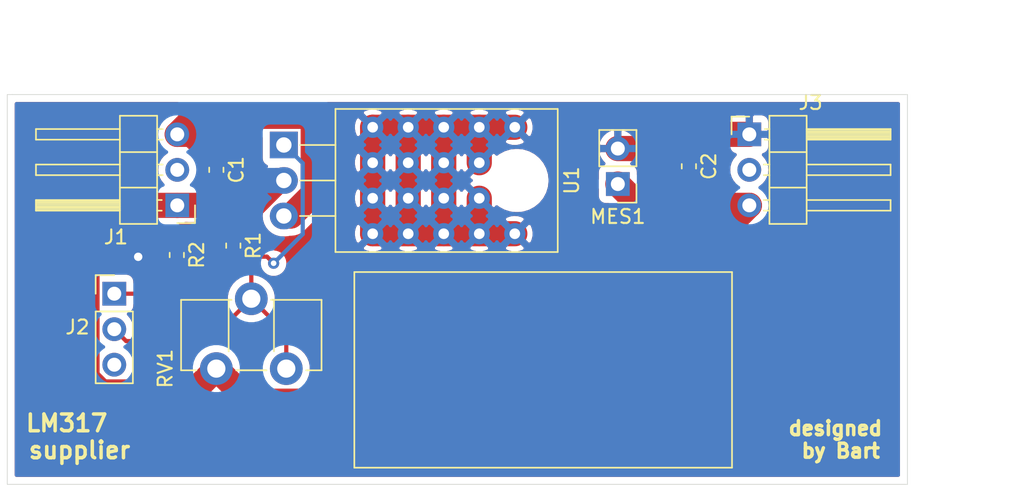
<source format=kicad_pcb>
(kicad_pcb (version 20171130) (host pcbnew 5.1.4-1.fc30)

  (general
    (thickness 1.6)
    (drawings 13)
    (tracks 67)
    (zones 0)
    (modules 10)
    (nets 9)
  )

  (page A4)
  (layers
    (0 F.Cu signal)
    (31 B.Cu signal)
    (32 B.Adhes user)
    (33 F.Adhes user)
    (34 B.Paste user)
    (35 F.Paste user)
    (36 B.SilkS user)
    (37 F.SilkS user)
    (38 B.Mask user)
    (39 F.Mask user)
    (40 Dwgs.User user)
    (41 Cmts.User user)
    (42 Eco1.User user)
    (43 Eco2.User user)
    (44 Edge.Cuts user)
    (45 Margin user)
    (46 B.CrtYd user)
    (47 F.CrtYd user)
    (48 B.Fab user)
    (49 F.Fab user)
  )

  (setup
    (last_trace_width 0.25)
    (user_trace_width 0.4)
    (user_trace_width 2)
    (trace_clearance 0.2)
    (zone_clearance 0.508)
    (zone_45_only no)
    (trace_min 0.2)
    (via_size 0.8)
    (via_drill 0.4)
    (via_min_size 0.4)
    (via_min_drill 0.3)
    (user_via 2 0.8)
    (uvia_size 0.3)
    (uvia_drill 0.1)
    (uvias_allowed no)
    (uvia_min_size 0.2)
    (uvia_min_drill 0.1)
    (edge_width 0.05)
    (segment_width 0.2)
    (pcb_text_width 0.3)
    (pcb_text_size 1.5 1.5)
    (mod_edge_width 0.12)
    (mod_text_size 1 1)
    (mod_text_width 0.15)
    (pad_size 1.524 1.524)
    (pad_drill 0.762)
    (pad_to_mask_clearance 0.051)
    (solder_mask_min_width 0.25)
    (aux_axis_origin 0 0)
    (visible_elements FFFFFF7F)
    (pcbplotparams
      (layerselection 0x010fc_ffffffff)
      (usegerberextensions false)
      (usegerberattributes false)
      (usegerberadvancedattributes false)
      (creategerberjobfile false)
      (excludeedgelayer true)
      (linewidth 0.100000)
      (plotframeref false)
      (viasonmask false)
      (mode 1)
      (useauxorigin false)
      (hpglpennumber 1)
      (hpglpenspeed 20)
      (hpglpendiameter 15.000000)
      (psnegative false)
      (psa4output false)
      (plotreference true)
      (plotvalue true)
      (plotinvisibletext false)
      (padsonsilk false)
      (subtractmaskfromsilk false)
      (outputformat 1)
      (mirror false)
      (drillshape 1)
      (scaleselection 1)
      (outputdirectory ""))
  )

  (net 0 "")
  (net 1 GND)
  (net 2 "Net-(J2-Pad1)")
  (net 3 "Net-(J2-Pad3)")
  (net 4 "Net-(J1-Pad2)")
  (net 5 "Net-(J3-Pad2)")
  (net 6 INPUT)
  (net 7 OUTPUT)
  (net 8 ADJ)

  (net_class Default "To jest domyślna klasa połączeń."
    (clearance 0.2)
    (trace_width 0.25)
    (via_dia 0.8)
    (via_drill 0.4)
    (uvia_dia 0.3)
    (uvia_drill 0.1)
  )

  (net_class adj ""
    (clearance 0.2)
    (trace_width 0.3)
    (via_dia 0.8)
    (via_drill 0.4)
    (uvia_dia 0.3)
    (uvia_drill 0.1)
    (add_net ADJ)
    (add_net "Net-(J1-Pad2)")
    (add_net "Net-(J2-Pad1)")
    (add_net "Net-(J2-Pad3)")
    (add_net "Net-(J3-Pad2)")
  )

  (net_class power ""
    (clearance 0.2)
    (trace_width 1.8)
    (via_dia 1.2)
    (via_drill 0.6)
    (uvia_dia 0.3)
    (uvia_drill 0.1)
    (add_net GND)
    (add_net INPUT)
    (add_net OUTPUT)
  )

  (module Package_TO_SOT_THT:TO-220-3_Horizontal_TabDown (layer F.Cu) (tedit 5F5BFE88) (tstamp 5F5C0E3C)
    (at 186.182 84.328 270)
    (descr "TO-220-3, Horizontal, RM 2.54mm, see https://www.vishay.com/docs/66542/to-220-1.pdf")
    (tags "TO-220-3 Horizontal RM 2.54mm")
    (path /5DA1BA24)
    (fp_text reference U1 (at 2.54 -20.58 90) (layer F.SilkS)
      (effects (font (size 1 1) (thickness 0.15)))
    )
    (fp_text value LM317_3PinPackage (at 2.54 2 90) (layer F.Fab)
      (effects (font (size 1 1) (thickness 0.15)))
    )
    (fp_circle (center 2.54 -16.66) (end 4.39 -16.66) (layer F.Fab) (width 0.1))
    (fp_line (start -2.46 -13.06) (end -2.46 -19.46) (layer F.Fab) (width 0.1))
    (fp_line (start -2.46 -19.46) (end 7.54 -19.46) (layer F.Fab) (width 0.1))
    (fp_line (start 7.54 -19.46) (end 7.54 -13.06) (layer F.Fab) (width 0.1))
    (fp_line (start 7.54 -13.06) (end -2.46 -13.06) (layer F.Fab) (width 0.1))
    (fp_line (start -2.46 -3.81) (end -2.46 -13.06) (layer F.Fab) (width 0.1))
    (fp_line (start -2.46 -13.06) (end 7.54 -13.06) (layer F.Fab) (width 0.1))
    (fp_line (start 7.54 -13.06) (end 7.54 -3.81) (layer F.Fab) (width 0.1))
    (fp_line (start 7.54 -3.81) (end -2.46 -3.81) (layer F.Fab) (width 0.1))
    (fp_line (start 0 -3.81) (end 0 0) (layer F.Fab) (width 0.1))
    (fp_line (start 2.54 -3.81) (end 2.54 0) (layer F.Fab) (width 0.1))
    (fp_line (start 5.08 -3.81) (end 5.08 0) (layer F.Fab) (width 0.1))
    (fp_line (start -2.58 -3.69) (end 7.66 -3.69) (layer F.SilkS) (width 0.12))
    (fp_line (start -2.58 -19.58) (end 7.66 -19.58) (layer F.SilkS) (width 0.12))
    (fp_line (start -2.58 -19.58) (end -2.58 -3.69) (layer F.SilkS) (width 0.12))
    (fp_line (start 7.66 -19.58) (end 7.66 -3.69) (layer F.SilkS) (width 0.12))
    (fp_line (start 0 -3.69) (end 0 -1.15) (layer F.SilkS) (width 0.12))
    (fp_line (start 2.54 -3.69) (end 2.54 -1.15) (layer F.SilkS) (width 0.12))
    (fp_line (start 5.08 -3.69) (end 5.08 -1.15) (layer F.SilkS) (width 0.12))
    (fp_line (start -2.71 -19.71) (end -2.71 1.25) (layer F.CrtYd) (width 0.05))
    (fp_line (start -2.71 1.25) (end 7.79 1.25) (layer F.CrtYd) (width 0.05))
    (fp_line (start 7.79 1.25) (end 7.79 -19.71) (layer F.CrtYd) (width 0.05))
    (fp_line (start 7.79 -19.71) (end -2.71 -19.71) (layer F.CrtYd) (width 0.05))
    (fp_text user %R (at 2.54 -20.58 90) (layer F.Fab)
      (effects (font (size 1 1) (thickness 0.15)))
    )
    (pad "" np_thru_hole oval (at 2.54 -16.66 270) (size 3.5 3.5) (drill 3.5) (layers *.Cu *.Mask))
    (pad 1 thru_hole rect (at 0 0 270) (size 1.905 2) (drill 1.1) (layers *.Cu *.Mask)
      (net 8 ADJ))
    (pad 2 thru_hole oval (at 2.54 0 270) (size 1.905 2) (drill 1.1) (layers *.Cu *.Mask)
      (net 7 OUTPUT))
    (pad 3 thru_hole oval (at 5.08 0 270) (size 1.905 2) (drill 1.1) (layers *.Cu *.Mask)
      (net 6 INPUT))
    (pad 2 thru_hole circle (at -1.27 -11.43 270) (size 1.524 1.524) (drill 0.762) (layers *.Cu *.Mask)
      (net 7 OUTPUT))
    (pad 2 thru_hole circle (at 1.27 -11.43 270) (size 1.524 1.524) (drill 0.762) (layers *.Cu *.Mask)
      (net 7 OUTPUT))
    (pad 2 thru_hole circle (at -1.27 -13.97 270) (size 1.524 1.524) (drill 0.762) (layers *.Cu *.Mask)
      (net 7 OUTPUT))
    (pad 2 thru_hole circle (at 1.27 -13.97 270) (size 1.524 1.524) (drill 0.762) (layers *.Cu *.Mask)
      (net 7 OUTPUT))
    (pad 2 thru_hole circle (at 3.81 -13.97 270) (size 1.524 1.524) (drill 0.762) (layers *.Cu *.Mask)
      (net 7 OUTPUT))
    (pad 2 thru_hole circle (at 6.35 -13.97 270) (size 1.524 1.524) (drill 0.762) (layers *.Cu *.Mask)
      (net 7 OUTPUT))
    (pad 2 thru_hole circle (at 6.35 -16.51 270) (size 1.524 1.524) (drill 0.762) (layers *.Cu *.Mask)
      (net 7 OUTPUT))
    (pad 2 thru_hole circle (at -1.27 -16.51 270) (size 1.524 1.524) (drill 0.762) (layers *.Cu *.Mask)
      (net 7 OUTPUT))
    (pad 2 thru_hole circle (at 3.81 -11.43 270) (size 1.524 1.524) (drill 0.762) (layers *.Cu *.Mask)
      (net 7 OUTPUT))
    (pad 2 thru_hole circle (at 6.35 -11.43 270) (size 1.524 1.524) (drill 0.762) (layers *.Cu *.Mask)
      (net 7 OUTPUT))
    (pad 2 thru_hole circle (at -1.27 -8.89 270) (size 1.524 1.524) (drill 0.762) (layers *.Cu *.Mask)
      (net 7 OUTPUT))
    (pad 2 thru_hole circle (at 1.27 -8.89 270) (size 1.524 1.524) (drill 0.762) (layers *.Cu *.Mask)
      (net 7 OUTPUT))
    (pad 2 thru_hole circle (at 3.81 -8.89 270) (size 1.524 1.524) (drill 0.762) (layers *.Cu *.Mask)
      (net 7 OUTPUT))
    (pad 2 thru_hole circle (at 6.35 -8.89 270) (size 1.524 1.524) (drill 0.762) (layers *.Cu *.Mask)
      (net 7 OUTPUT))
    (pad 2 thru_hole circle (at -1.27 -6.35 270) (size 1.524 1.524) (drill 0.762) (layers *.Cu *.Mask)
      (net 7 OUTPUT))
    (pad 2 thru_hole circle (at 1.27 -6.35 270) (size 1.524 1.524) (drill 0.762) (layers *.Cu *.Mask)
      (net 7 OUTPUT))
    (pad 2 thru_hole circle (at 3.81 -6.35 270) (size 1.524 1.524) (drill 0.762) (layers *.Cu *.Mask)
      (net 7 OUTPUT))
    (pad 2 thru_hole circle (at 6.35 -6.35 270) (size 1.524 1.524) (drill 0.762) (layers *.Cu *.Mask)
      (net 7 OUTPUT))
    (model ${KISYS3DMOD}/Package_TO_SOT_THT.3dshapes/TO-220-3_Horizontal_TabDown.wrl
      (at (xyz 0 0 0))
      (scale (xyz 1 1 1))
      (rotate (xyz 0 0 0))
    )
  )

  (module Capacitor_SMD:C_0603_1608Metric (layer F.Cu) (tedit 5B301BBE) (tstamp 5F5C092D)
    (at 181.356 86.106 270)
    (descr "Capacitor SMD 0603 (1608 Metric), square (rectangular) end terminal, IPC_7351 nominal, (Body size source: http://www.tortai-tech.com/upload/download/2011102023233369053.pdf), generated with kicad-footprint-generator")
    (tags capacitor)
    (path /5DA1C366)
    (attr smd)
    (fp_text reference C1 (at 0 -1.43 90) (layer F.SilkS)
      (effects (font (size 1 1) (thickness 0.15)))
    )
    (fp_text value 100n (at 0 1.43 90) (layer F.Fab)
      (effects (font (size 1 1) (thickness 0.15)))
    )
    (fp_line (start -0.8 0.4) (end -0.8 -0.4) (layer F.Fab) (width 0.1))
    (fp_line (start -0.8 -0.4) (end 0.8 -0.4) (layer F.Fab) (width 0.1))
    (fp_line (start 0.8 -0.4) (end 0.8 0.4) (layer F.Fab) (width 0.1))
    (fp_line (start 0.8 0.4) (end -0.8 0.4) (layer F.Fab) (width 0.1))
    (fp_line (start -0.162779 -0.51) (end 0.162779 -0.51) (layer F.SilkS) (width 0.12))
    (fp_line (start -0.162779 0.51) (end 0.162779 0.51) (layer F.SilkS) (width 0.12))
    (fp_line (start -1.48 0.73) (end -1.48 -0.73) (layer F.CrtYd) (width 0.05))
    (fp_line (start -1.48 -0.73) (end 1.48 -0.73) (layer F.CrtYd) (width 0.05))
    (fp_line (start 1.48 -0.73) (end 1.48 0.73) (layer F.CrtYd) (width 0.05))
    (fp_line (start 1.48 0.73) (end -1.48 0.73) (layer F.CrtYd) (width 0.05))
    (fp_text user %R (at 0 0 90) (layer F.Fab)
      (effects (font (size 0.4 0.4) (thickness 0.06)))
    )
    (pad 1 smd roundrect (at -0.7875 0 270) (size 0.875 0.95) (layers F.Cu F.Paste F.Mask) (roundrect_rratio 0.25)
      (net 6 INPUT))
    (pad 2 smd roundrect (at 0.7875 0 270) (size 0.875 0.95) (layers F.Cu F.Paste F.Mask) (roundrect_rratio 0.25)
      (net 1 GND))
    (model ${KISYS3DMOD}/Capacitor_SMD.3dshapes/C_0603_1608Metric.wrl
      (at (xyz 0 0 0))
      (scale (xyz 1 1 1))
      (rotate (xyz 0 0 0))
    )
  )

  (module Capacitor_SMD:C_0603_1608Metric (layer F.Cu) (tedit 5B301BBE) (tstamp 5F5C093E)
    (at 215.138 85.852 270)
    (descr "Capacitor SMD 0603 (1608 Metric), square (rectangular) end terminal, IPC_7351 nominal, (Body size source: http://www.tortai-tech.com/upload/download/2011102023233369053.pdf), generated with kicad-footprint-generator")
    (tags capacitor)
    (path /5DA2B492)
    (attr smd)
    (fp_text reference C2 (at 0 -1.43 90) (layer F.SilkS)
      (effects (font (size 1 1) (thickness 0.15)))
    )
    (fp_text value 100n (at 0 1.43 90) (layer F.Fab)
      (effects (font (size 1 1) (thickness 0.15)))
    )
    (fp_text user %R (at 0 0 90) (layer F.Fab)
      (effects (font (size 0.4 0.4) (thickness 0.06)))
    )
    (fp_line (start 1.48 0.73) (end -1.48 0.73) (layer F.CrtYd) (width 0.05))
    (fp_line (start 1.48 -0.73) (end 1.48 0.73) (layer F.CrtYd) (width 0.05))
    (fp_line (start -1.48 -0.73) (end 1.48 -0.73) (layer F.CrtYd) (width 0.05))
    (fp_line (start -1.48 0.73) (end -1.48 -0.73) (layer F.CrtYd) (width 0.05))
    (fp_line (start -0.162779 0.51) (end 0.162779 0.51) (layer F.SilkS) (width 0.12))
    (fp_line (start -0.162779 -0.51) (end 0.162779 -0.51) (layer F.SilkS) (width 0.12))
    (fp_line (start 0.8 0.4) (end -0.8 0.4) (layer F.Fab) (width 0.1))
    (fp_line (start 0.8 -0.4) (end 0.8 0.4) (layer F.Fab) (width 0.1))
    (fp_line (start -0.8 -0.4) (end 0.8 -0.4) (layer F.Fab) (width 0.1))
    (fp_line (start -0.8 0.4) (end -0.8 -0.4) (layer F.Fab) (width 0.1))
    (pad 2 smd roundrect (at 0.7875 0 270) (size 0.875 0.95) (layers F.Cu F.Paste F.Mask) (roundrect_rratio 0.25)
      (net 1 GND))
    (pad 1 smd roundrect (at -0.7875 0 270) (size 0.875 0.95) (layers F.Cu F.Paste F.Mask) (roundrect_rratio 0.25)
      (net 7 OUTPUT))
    (model ${KISYS3DMOD}/Capacitor_SMD.3dshapes/C_0603_1608Metric.wrl
      (at (xyz 0 0 0))
      (scale (xyz 1 1 1))
      (rotate (xyz 0 0 0))
    )
  )

  (module Connector_PinHeader_2.54mm:PinHeader_1x03_P2.54mm_Vertical (layer F.Cu) (tedit 59FED5CC) (tstamp 5F5C0995)
    (at 174.06 94.97)
    (descr "Through hole straight pin header, 1x03, 2.54mm pitch, single row")
    (tags "Through hole pin header THT 1x03 2.54mm single row")
    (path /5DA1DEE4)
    (fp_text reference J2 (at -2.63 2.39) (layer F.SilkS)
      (effects (font (size 1 1) (thickness 0.15)))
    )
    (fp_text value SEL (at 0 7.41) (layer F.Fab)
      (effects (font (size 1 1) (thickness 0.15)))
    )
    (fp_line (start -0.635 -1.27) (end 1.27 -1.27) (layer F.Fab) (width 0.1))
    (fp_line (start 1.27 -1.27) (end 1.27 6.35) (layer F.Fab) (width 0.1))
    (fp_line (start 1.27 6.35) (end -1.27 6.35) (layer F.Fab) (width 0.1))
    (fp_line (start -1.27 6.35) (end -1.27 -0.635) (layer F.Fab) (width 0.1))
    (fp_line (start -1.27 -0.635) (end -0.635 -1.27) (layer F.Fab) (width 0.1))
    (fp_line (start -1.33 6.41) (end 1.33 6.41) (layer F.SilkS) (width 0.12))
    (fp_line (start -1.33 1.27) (end -1.33 6.41) (layer F.SilkS) (width 0.12))
    (fp_line (start 1.33 1.27) (end 1.33 6.41) (layer F.SilkS) (width 0.12))
    (fp_line (start -1.33 1.27) (end 1.33 1.27) (layer F.SilkS) (width 0.12))
    (fp_line (start -1.33 0) (end -1.33 -1.33) (layer F.SilkS) (width 0.12))
    (fp_line (start -1.33 -1.33) (end 0 -1.33) (layer F.SilkS) (width 0.12))
    (fp_line (start -1.8 -1.8) (end -1.8 6.85) (layer F.CrtYd) (width 0.05))
    (fp_line (start -1.8 6.85) (end 1.8 6.85) (layer F.CrtYd) (width 0.05))
    (fp_line (start 1.8 6.85) (end 1.8 -1.8) (layer F.CrtYd) (width 0.05))
    (fp_line (start 1.8 -1.8) (end -1.8 -1.8) (layer F.CrtYd) (width 0.05))
    (fp_text user %R (at 0 2.54 90) (layer F.Fab)
      (effects (font (size 1 1) (thickness 0.15)))
    )
    (pad 1 thru_hole rect (at 0 0) (size 1.7 1.7) (drill 1) (layers *.Cu *.Mask)
      (net 2 "Net-(J2-Pad1)"))
    (pad 2 thru_hole oval (at 0 2.54) (size 1.7 1.7) (drill 1) (layers *.Cu *.Mask)
      (net 8 ADJ))
    (pad 3 thru_hole oval (at 0 5.08) (size 1.7 1.7) (drill 1) (layers *.Cu *.Mask)
      (net 3 "Net-(J2-Pad3)"))
    (model ${KISYS3DMOD}/Connector_PinHeader_2.54mm.3dshapes/PinHeader_1x03_P2.54mm_Vertical.wrl
      (at (xyz 0 0 0))
      (scale (xyz 1 1 1))
      (rotate (xyz 0 0 0))
    )
  )

  (module Resistor_SMD:R_0603_1608Metric (layer F.Cu) (tedit 5B301BBD) (tstamp 5F5C09F7)
    (at 182.57 91.53 270)
    (descr "Resistor SMD 0603 (1608 Metric), square (rectangular) end terminal, IPC_7351 nominal, (Body size source: http://www.tortai-tech.com/upload/download/2011102023233369053.pdf), generated with kicad-footprint-generator")
    (tags resistor)
    (path /5DA20122)
    (attr smd)
    (fp_text reference R1 (at 0 -1.43 90) (layer F.SilkS)
      (effects (font (size 1 1) (thickness 0.15)))
    )
    (fp_text value 1k (at 0 1.43 90) (layer F.Fab)
      (effects (font (size 1 1) (thickness 0.15)))
    )
    (fp_line (start -0.8 0.4) (end -0.8 -0.4) (layer F.Fab) (width 0.1))
    (fp_line (start -0.8 -0.4) (end 0.8 -0.4) (layer F.Fab) (width 0.1))
    (fp_line (start 0.8 -0.4) (end 0.8 0.4) (layer F.Fab) (width 0.1))
    (fp_line (start 0.8 0.4) (end -0.8 0.4) (layer F.Fab) (width 0.1))
    (fp_line (start -0.162779 -0.51) (end 0.162779 -0.51) (layer F.SilkS) (width 0.12))
    (fp_line (start -0.162779 0.51) (end 0.162779 0.51) (layer F.SilkS) (width 0.12))
    (fp_line (start -1.48 0.73) (end -1.48 -0.73) (layer F.CrtYd) (width 0.05))
    (fp_line (start -1.48 -0.73) (end 1.48 -0.73) (layer F.CrtYd) (width 0.05))
    (fp_line (start 1.48 -0.73) (end 1.48 0.73) (layer F.CrtYd) (width 0.05))
    (fp_line (start 1.48 0.73) (end -1.48 0.73) (layer F.CrtYd) (width 0.05))
    (fp_text user %R (at 0 0 90) (layer F.Fab)
      (effects (font (size 0.4 0.4) (thickness 0.06)))
    )
    (pad 1 smd roundrect (at -0.7875 0 270) (size 0.875 0.95) (layers F.Cu F.Paste F.Mask) (roundrect_rratio 0.25)
      (net 7 OUTPUT))
    (pad 2 smd roundrect (at 0.7875 0 270) (size 0.875 0.95) (layers F.Cu F.Paste F.Mask) (roundrect_rratio 0.25)
      (net 8 ADJ))
    (model ${KISYS3DMOD}/Resistor_SMD.3dshapes/R_0603_1608Metric.wrl
      (at (xyz 0 0 0))
      (scale (xyz 1 1 1))
      (rotate (xyz 0 0 0))
    )
  )

  (module Resistor_SMD:R_0603_1608Metric (layer F.Cu) (tedit 5B301BBD) (tstamp 5F5C0A08)
    (at 178.53 92.2 270)
    (descr "Resistor SMD 0603 (1608 Metric), square (rectangular) end terminal, IPC_7351 nominal, (Body size source: http://www.tortai-tech.com/upload/download/2011102023233369053.pdf), generated with kicad-footprint-generator")
    (tags resistor)
    (path /5DA22B00)
    (attr smd)
    (fp_text reference R2 (at 0 -1.43 90) (layer F.SilkS)
      (effects (font (size 1 1) (thickness 0.15)))
    )
    (fp_text value 1k (at 0 1.43 90) (layer F.Fab)
      (effects (font (size 1 1) (thickness 0.15)))
    )
    (fp_text user %R (at 0 0 90) (layer F.Fab)
      (effects (font (size 0.4 0.4) (thickness 0.06)))
    )
    (fp_line (start 1.48 0.73) (end -1.48 0.73) (layer F.CrtYd) (width 0.05))
    (fp_line (start 1.48 -0.73) (end 1.48 0.73) (layer F.CrtYd) (width 0.05))
    (fp_line (start -1.48 -0.73) (end 1.48 -0.73) (layer F.CrtYd) (width 0.05))
    (fp_line (start -1.48 0.73) (end -1.48 -0.73) (layer F.CrtYd) (width 0.05))
    (fp_line (start -0.162779 0.51) (end 0.162779 0.51) (layer F.SilkS) (width 0.12))
    (fp_line (start -0.162779 -0.51) (end 0.162779 -0.51) (layer F.SilkS) (width 0.12))
    (fp_line (start 0.8 0.4) (end -0.8 0.4) (layer F.Fab) (width 0.1))
    (fp_line (start 0.8 -0.4) (end 0.8 0.4) (layer F.Fab) (width 0.1))
    (fp_line (start -0.8 -0.4) (end 0.8 -0.4) (layer F.Fab) (width 0.1))
    (fp_line (start -0.8 0.4) (end -0.8 -0.4) (layer F.Fab) (width 0.1))
    (pad 2 smd roundrect (at 0.7875 0 270) (size 0.875 0.95) (layers F.Cu F.Paste F.Mask) (roundrect_rratio 0.25)
      (net 2 "Net-(J2-Pad1)"))
    (pad 1 smd roundrect (at -0.7875 0 270) (size 0.875 0.95) (layers F.Cu F.Paste F.Mask) (roundrect_rratio 0.25)
      (net 7 OUTPUT))
    (model ${KISYS3DMOD}/Resistor_SMD.3dshapes/R_0603_1608Metric.wrl
      (at (xyz 0 0 0))
      (scale (xyz 1 1 1))
      (rotate (xyz 0 0 0))
    )
  )

  (module Potentiometer_THT:Potentiometer_ACP_CA9-H5_Horizontal (layer F.Cu) (tedit 5A3D4994) (tstamp 5F5C0A28)
    (at 181.356 100.33 90)
    (descr "Potentiometer, horizontal, ACP CA9-H5, http://www.acptechnologies.com/wp-content/uploads/2017/05/02-ACP-CA9-CE9.pdf")
    (tags "Potentiometer horizontal ACP CA9-H5")
    (path /5DA1F8E6)
    (fp_text reference RV1 (at 0 -3.65 90) (layer F.SilkS)
      (effects (font (size 1 1) (thickness 0.15)))
    )
    (fp_text value 10k (at 0 8.65 90) (layer F.Fab)
      (effects (font (size 1 1) (thickness 0.15)))
    )
    (fp_line (start 4.8 -2.4) (end 4.8 7.4) (layer F.Fab) (width 0.1))
    (fp_line (start 4.8 7.4) (end 0 7.4) (layer F.Fab) (width 0.1))
    (fp_line (start 0 7.4) (end 0 -2.4) (layer F.Fab) (width 0.1))
    (fp_line (start 0 -2.4) (end 4.8 -2.4) (layer F.Fab) (width 0.1))
    (fp_line (start 0 1) (end 0 4) (layer F.Fab) (width 0.1))
    (fp_line (start 0 4) (end 4.8 4) (layer F.Fab) (width 0.1))
    (fp_line (start 4.8 4) (end 4.8 1) (layer F.Fab) (width 0.1))
    (fp_line (start 4.8 1) (end 0 1) (layer F.Fab) (width 0.1))
    (fp_line (start -0.121 -2.521) (end 4.92 -2.521) (layer F.SilkS) (width 0.12))
    (fp_line (start -0.121 7.52) (end 4.92 7.52) (layer F.SilkS) (width 0.12))
    (fp_line (start 4.92 -2.521) (end 4.92 1.075) (layer F.SilkS) (width 0.12))
    (fp_line (start 4.92 3.925) (end 4.92 7.52) (layer F.SilkS) (width 0.12))
    (fp_line (start -0.121 6.425) (end -0.121 7.52) (layer F.SilkS) (width 0.12))
    (fp_line (start -0.121 -2.521) (end -0.121 -1.426) (layer F.SilkS) (width 0.12))
    (fp_line (start -0.121 1.426) (end -0.121 3.575) (layer F.SilkS) (width 0.12))
    (fp_line (start 1.237 0.88) (end 4.92 0.88) (layer F.SilkS) (width 0.12))
    (fp_line (start 1.237 4.12) (end 4.92 4.12) (layer F.SilkS) (width 0.12))
    (fp_line (start -0.121 1.426) (end -0.121 3.575) (layer F.SilkS) (width 0.12))
    (fp_line (start 4.92 0.88) (end 4.92 1.075) (layer F.SilkS) (width 0.12))
    (fp_line (start 4.92 3.925) (end 4.92 4.12) (layer F.SilkS) (width 0.12))
    (fp_line (start -1.45 -2.7) (end -1.45 7.65) (layer F.CrtYd) (width 0.05))
    (fp_line (start -1.45 7.65) (end 6.45 7.65) (layer F.CrtYd) (width 0.05))
    (fp_line (start 6.45 7.65) (end 6.45 -2.7) (layer F.CrtYd) (width 0.05))
    (fp_line (start 6.45 -2.7) (end -1.45 -2.7) (layer F.CrtYd) (width 0.05))
    (fp_text user %R (at 2.4 2.5 90) (layer F.Fab)
      (effects (font (size 1 1) (thickness 0.15)))
    )
    (pad 3 thru_hole circle (at 0 5 90) (size 2.34 2.34) (drill 1.3) (layers *.Cu *.Mask)
      (net 8 ADJ))
    (pad 2 thru_hole circle (at 5 2.5 90) (size 2.34 2.34) (drill 1.3) (layers *.Cu *.Mask)
      (net 8 ADJ))
    (pad 1 thru_hole circle (at 0 0 90) (size 2.34 2.34) (drill 1.3) (layers *.Cu *.Mask)
      (net 1 GND))
    (model ${KISYS3DMOD}/Potentiometer_THT.3dshapes/Potentiometer_ACP_CA9-H5_Horizontal.wrl
      (at (xyz 0 0 0))
      (scale (xyz 1 1 1))
      (rotate (xyz 0 0 0))
    )
  )

  (module Connector_PinHeader_2.54mm:PinHeader_1x03_P2.54mm_Horizontal (layer F.Cu) (tedit 59FED5CB) (tstamp 5F5C1D9D)
    (at 178.562 88.646 180)
    (descr "Through hole angled pin header, 1x03, 2.54mm pitch, 6mm pin length, single row")
    (tags "Through hole angled pin header THT 1x03 2.54mm single row")
    (path /5F5C9C4C)
    (fp_text reference J1 (at 4.385 -2.27) (layer F.SilkS)
      (effects (font (size 1 1) (thickness 0.15)))
    )
    (fp_text value Conn_01x03_Female (at 4.385 7.35) (layer F.Fab)
      (effects (font (size 1 1) (thickness 0.15)))
    )
    (fp_line (start 2.135 -1.27) (end 4.04 -1.27) (layer F.Fab) (width 0.1))
    (fp_line (start 4.04 -1.27) (end 4.04 6.35) (layer F.Fab) (width 0.1))
    (fp_line (start 4.04 6.35) (end 1.5 6.35) (layer F.Fab) (width 0.1))
    (fp_line (start 1.5 6.35) (end 1.5 -0.635) (layer F.Fab) (width 0.1))
    (fp_line (start 1.5 -0.635) (end 2.135 -1.27) (layer F.Fab) (width 0.1))
    (fp_line (start -0.32 -0.32) (end 1.5 -0.32) (layer F.Fab) (width 0.1))
    (fp_line (start -0.32 -0.32) (end -0.32 0.32) (layer F.Fab) (width 0.1))
    (fp_line (start -0.32 0.32) (end 1.5 0.32) (layer F.Fab) (width 0.1))
    (fp_line (start 4.04 -0.32) (end 10.04 -0.32) (layer F.Fab) (width 0.1))
    (fp_line (start 10.04 -0.32) (end 10.04 0.32) (layer F.Fab) (width 0.1))
    (fp_line (start 4.04 0.32) (end 10.04 0.32) (layer F.Fab) (width 0.1))
    (fp_line (start -0.32 2.22) (end 1.5 2.22) (layer F.Fab) (width 0.1))
    (fp_line (start -0.32 2.22) (end -0.32 2.86) (layer F.Fab) (width 0.1))
    (fp_line (start -0.32 2.86) (end 1.5 2.86) (layer F.Fab) (width 0.1))
    (fp_line (start 4.04 2.22) (end 10.04 2.22) (layer F.Fab) (width 0.1))
    (fp_line (start 10.04 2.22) (end 10.04 2.86) (layer F.Fab) (width 0.1))
    (fp_line (start 4.04 2.86) (end 10.04 2.86) (layer F.Fab) (width 0.1))
    (fp_line (start -0.32 4.76) (end 1.5 4.76) (layer F.Fab) (width 0.1))
    (fp_line (start -0.32 4.76) (end -0.32 5.4) (layer F.Fab) (width 0.1))
    (fp_line (start -0.32 5.4) (end 1.5 5.4) (layer F.Fab) (width 0.1))
    (fp_line (start 4.04 4.76) (end 10.04 4.76) (layer F.Fab) (width 0.1))
    (fp_line (start 10.04 4.76) (end 10.04 5.4) (layer F.Fab) (width 0.1))
    (fp_line (start 4.04 5.4) (end 10.04 5.4) (layer F.Fab) (width 0.1))
    (fp_line (start 1.44 -1.33) (end 1.44 6.41) (layer F.SilkS) (width 0.12))
    (fp_line (start 1.44 6.41) (end 4.1 6.41) (layer F.SilkS) (width 0.12))
    (fp_line (start 4.1 6.41) (end 4.1 -1.33) (layer F.SilkS) (width 0.12))
    (fp_line (start 4.1 -1.33) (end 1.44 -1.33) (layer F.SilkS) (width 0.12))
    (fp_line (start 4.1 -0.38) (end 10.1 -0.38) (layer F.SilkS) (width 0.12))
    (fp_line (start 10.1 -0.38) (end 10.1 0.38) (layer F.SilkS) (width 0.12))
    (fp_line (start 10.1 0.38) (end 4.1 0.38) (layer F.SilkS) (width 0.12))
    (fp_line (start 4.1 -0.32) (end 10.1 -0.32) (layer F.SilkS) (width 0.12))
    (fp_line (start 4.1 -0.2) (end 10.1 -0.2) (layer F.SilkS) (width 0.12))
    (fp_line (start 4.1 -0.08) (end 10.1 -0.08) (layer F.SilkS) (width 0.12))
    (fp_line (start 4.1 0.04) (end 10.1 0.04) (layer F.SilkS) (width 0.12))
    (fp_line (start 4.1 0.16) (end 10.1 0.16) (layer F.SilkS) (width 0.12))
    (fp_line (start 4.1 0.28) (end 10.1 0.28) (layer F.SilkS) (width 0.12))
    (fp_line (start 1.11 -0.38) (end 1.44 -0.38) (layer F.SilkS) (width 0.12))
    (fp_line (start 1.11 0.38) (end 1.44 0.38) (layer F.SilkS) (width 0.12))
    (fp_line (start 1.44 1.27) (end 4.1 1.27) (layer F.SilkS) (width 0.12))
    (fp_line (start 4.1 2.16) (end 10.1 2.16) (layer F.SilkS) (width 0.12))
    (fp_line (start 10.1 2.16) (end 10.1 2.92) (layer F.SilkS) (width 0.12))
    (fp_line (start 10.1 2.92) (end 4.1 2.92) (layer F.SilkS) (width 0.12))
    (fp_line (start 1.042929 2.16) (end 1.44 2.16) (layer F.SilkS) (width 0.12))
    (fp_line (start 1.042929 2.92) (end 1.44 2.92) (layer F.SilkS) (width 0.12))
    (fp_line (start 1.44 3.81) (end 4.1 3.81) (layer F.SilkS) (width 0.12))
    (fp_line (start 4.1 4.7) (end 10.1 4.7) (layer F.SilkS) (width 0.12))
    (fp_line (start 10.1 4.7) (end 10.1 5.46) (layer F.SilkS) (width 0.12))
    (fp_line (start 10.1 5.46) (end 4.1 5.46) (layer F.SilkS) (width 0.12))
    (fp_line (start 1.042929 4.7) (end 1.44 4.7) (layer F.SilkS) (width 0.12))
    (fp_line (start 1.042929 5.46) (end 1.44 5.46) (layer F.SilkS) (width 0.12))
    (fp_line (start -1.27 0) (end -1.27 -1.27) (layer F.SilkS) (width 0.12))
    (fp_line (start -1.27 -1.27) (end 0 -1.27) (layer F.SilkS) (width 0.12))
    (fp_line (start -1.8 -1.8) (end -1.8 6.85) (layer F.CrtYd) (width 0.05))
    (fp_line (start -1.8 6.85) (end 10.55 6.85) (layer F.CrtYd) (width 0.05))
    (fp_line (start 10.55 6.85) (end 10.55 -1.8) (layer F.CrtYd) (width 0.05))
    (fp_line (start 10.55 -1.8) (end -1.8 -1.8) (layer F.CrtYd) (width 0.05))
    (fp_text user %R (at 2.77 2.54 90) (layer F.Fab)
      (effects (font (size 1 1) (thickness 0.15)))
    )
    (pad 1 thru_hole rect (at 0 0 180) (size 1.7 1.7) (drill 1) (layers *.Cu *.Mask)
      (net 1 GND))
    (pad 2 thru_hole oval (at 0 2.54 180) (size 1.7 1.7) (drill 1) (layers *.Cu *.Mask)
      (net 4 "Net-(J1-Pad2)"))
    (pad 3 thru_hole oval (at 0 5.08 180) (size 1.7 1.7) (drill 1) (layers *.Cu *.Mask)
      (net 6 INPUT))
    (model ${KISYS3DMOD}/Connector_PinHeader_2.54mm.3dshapes/PinHeader_1x03_P2.54mm_Horizontal.wrl
      (at (xyz 0 0 0))
      (scale (xyz 1 1 1))
      (rotate (xyz 0 0 0))
    )
  )

  (module Connector_PinHeader_2.54mm:PinHeader_1x03_P2.54mm_Horizontal (layer F.Cu) (tedit 59FED5CB) (tstamp 5F5C1DDD)
    (at 219.456 83.566)
    (descr "Through hole angled pin header, 1x03, 2.54mm pitch, 6mm pin length, single row")
    (tags "Through hole angled pin header THT 1x03 2.54mm single row")
    (path /5F5CDF47)
    (fp_text reference J3 (at 4.385 -2.27) (layer F.SilkS)
      (effects (font (size 1 1) (thickness 0.15)))
    )
    (fp_text value Conn_01x03_Female (at 4.385 7.35) (layer F.Fab)
      (effects (font (size 1 1) (thickness 0.15)))
    )
    (fp_text user %R (at 2.77 2.54 90) (layer F.Fab)
      (effects (font (size 1 1) (thickness 0.15)))
    )
    (fp_line (start 10.55 -1.8) (end -1.8 -1.8) (layer F.CrtYd) (width 0.05))
    (fp_line (start 10.55 6.85) (end 10.55 -1.8) (layer F.CrtYd) (width 0.05))
    (fp_line (start -1.8 6.85) (end 10.55 6.85) (layer F.CrtYd) (width 0.05))
    (fp_line (start -1.8 -1.8) (end -1.8 6.85) (layer F.CrtYd) (width 0.05))
    (fp_line (start -1.27 -1.27) (end 0 -1.27) (layer F.SilkS) (width 0.12))
    (fp_line (start -1.27 0) (end -1.27 -1.27) (layer F.SilkS) (width 0.12))
    (fp_line (start 1.042929 5.46) (end 1.44 5.46) (layer F.SilkS) (width 0.12))
    (fp_line (start 1.042929 4.7) (end 1.44 4.7) (layer F.SilkS) (width 0.12))
    (fp_line (start 10.1 5.46) (end 4.1 5.46) (layer F.SilkS) (width 0.12))
    (fp_line (start 10.1 4.7) (end 10.1 5.46) (layer F.SilkS) (width 0.12))
    (fp_line (start 4.1 4.7) (end 10.1 4.7) (layer F.SilkS) (width 0.12))
    (fp_line (start 1.44 3.81) (end 4.1 3.81) (layer F.SilkS) (width 0.12))
    (fp_line (start 1.042929 2.92) (end 1.44 2.92) (layer F.SilkS) (width 0.12))
    (fp_line (start 1.042929 2.16) (end 1.44 2.16) (layer F.SilkS) (width 0.12))
    (fp_line (start 10.1 2.92) (end 4.1 2.92) (layer F.SilkS) (width 0.12))
    (fp_line (start 10.1 2.16) (end 10.1 2.92) (layer F.SilkS) (width 0.12))
    (fp_line (start 4.1 2.16) (end 10.1 2.16) (layer F.SilkS) (width 0.12))
    (fp_line (start 1.44 1.27) (end 4.1 1.27) (layer F.SilkS) (width 0.12))
    (fp_line (start 1.11 0.38) (end 1.44 0.38) (layer F.SilkS) (width 0.12))
    (fp_line (start 1.11 -0.38) (end 1.44 -0.38) (layer F.SilkS) (width 0.12))
    (fp_line (start 4.1 0.28) (end 10.1 0.28) (layer F.SilkS) (width 0.12))
    (fp_line (start 4.1 0.16) (end 10.1 0.16) (layer F.SilkS) (width 0.12))
    (fp_line (start 4.1 0.04) (end 10.1 0.04) (layer F.SilkS) (width 0.12))
    (fp_line (start 4.1 -0.08) (end 10.1 -0.08) (layer F.SilkS) (width 0.12))
    (fp_line (start 4.1 -0.2) (end 10.1 -0.2) (layer F.SilkS) (width 0.12))
    (fp_line (start 4.1 -0.32) (end 10.1 -0.32) (layer F.SilkS) (width 0.12))
    (fp_line (start 10.1 0.38) (end 4.1 0.38) (layer F.SilkS) (width 0.12))
    (fp_line (start 10.1 -0.38) (end 10.1 0.38) (layer F.SilkS) (width 0.12))
    (fp_line (start 4.1 -0.38) (end 10.1 -0.38) (layer F.SilkS) (width 0.12))
    (fp_line (start 4.1 -1.33) (end 1.44 -1.33) (layer F.SilkS) (width 0.12))
    (fp_line (start 4.1 6.41) (end 4.1 -1.33) (layer F.SilkS) (width 0.12))
    (fp_line (start 1.44 6.41) (end 4.1 6.41) (layer F.SilkS) (width 0.12))
    (fp_line (start 1.44 -1.33) (end 1.44 6.41) (layer F.SilkS) (width 0.12))
    (fp_line (start 4.04 5.4) (end 10.04 5.4) (layer F.Fab) (width 0.1))
    (fp_line (start 10.04 4.76) (end 10.04 5.4) (layer F.Fab) (width 0.1))
    (fp_line (start 4.04 4.76) (end 10.04 4.76) (layer F.Fab) (width 0.1))
    (fp_line (start -0.32 5.4) (end 1.5 5.4) (layer F.Fab) (width 0.1))
    (fp_line (start -0.32 4.76) (end -0.32 5.4) (layer F.Fab) (width 0.1))
    (fp_line (start -0.32 4.76) (end 1.5 4.76) (layer F.Fab) (width 0.1))
    (fp_line (start 4.04 2.86) (end 10.04 2.86) (layer F.Fab) (width 0.1))
    (fp_line (start 10.04 2.22) (end 10.04 2.86) (layer F.Fab) (width 0.1))
    (fp_line (start 4.04 2.22) (end 10.04 2.22) (layer F.Fab) (width 0.1))
    (fp_line (start -0.32 2.86) (end 1.5 2.86) (layer F.Fab) (width 0.1))
    (fp_line (start -0.32 2.22) (end -0.32 2.86) (layer F.Fab) (width 0.1))
    (fp_line (start -0.32 2.22) (end 1.5 2.22) (layer F.Fab) (width 0.1))
    (fp_line (start 4.04 0.32) (end 10.04 0.32) (layer F.Fab) (width 0.1))
    (fp_line (start 10.04 -0.32) (end 10.04 0.32) (layer F.Fab) (width 0.1))
    (fp_line (start 4.04 -0.32) (end 10.04 -0.32) (layer F.Fab) (width 0.1))
    (fp_line (start -0.32 0.32) (end 1.5 0.32) (layer F.Fab) (width 0.1))
    (fp_line (start -0.32 -0.32) (end -0.32 0.32) (layer F.Fab) (width 0.1))
    (fp_line (start -0.32 -0.32) (end 1.5 -0.32) (layer F.Fab) (width 0.1))
    (fp_line (start 1.5 -0.635) (end 2.135 -1.27) (layer F.Fab) (width 0.1))
    (fp_line (start 1.5 6.35) (end 1.5 -0.635) (layer F.Fab) (width 0.1))
    (fp_line (start 4.04 6.35) (end 1.5 6.35) (layer F.Fab) (width 0.1))
    (fp_line (start 4.04 -1.27) (end 4.04 6.35) (layer F.Fab) (width 0.1))
    (fp_line (start 2.135 -1.27) (end 4.04 -1.27) (layer F.Fab) (width 0.1))
    (pad 3 thru_hole oval (at 0 5.08) (size 1.7 1.7) (drill 1) (layers *.Cu *.Mask)
      (net 1 GND))
    (pad 2 thru_hole oval (at 0 2.54) (size 1.7 1.7) (drill 1) (layers *.Cu *.Mask)
      (net 5 "Net-(J3-Pad2)"))
    (pad 1 thru_hole rect (at 0 0) (size 1.7 1.7) (drill 1) (layers *.Cu *.Mask)
      (net 7 OUTPUT))
    (model ${KISYS3DMOD}/Connector_PinHeader_2.54mm.3dshapes/PinHeader_1x03_P2.54mm_Horizontal.wrl
      (at (xyz 0 0 0))
      (scale (xyz 1 1 1))
      (rotate (xyz 0 0 0))
    )
  )

  (module Connector_PinHeader_2.54mm:PinHeader_1x02_P2.54mm_Vertical (layer F.Cu) (tedit 59FED5CC) (tstamp 5F5C305A)
    (at 210.058 87.122 180)
    (descr "Through hole straight pin header, 1x02, 2.54mm pitch, single row")
    (tags "Through hole pin header THT 1x02 2.54mm single row")
    (path /5DA2DEB9)
    (fp_text reference MES1 (at 0 -2.33) (layer F.SilkS)
      (effects (font (size 1 1) (thickness 0.15)))
    )
    (fp_text value Voltmeter (at 0 4.87) (layer F.Fab)
      (effects (font (size 1 1) (thickness 0.15)))
    )
    (fp_line (start -0.635 -1.27) (end 1.27 -1.27) (layer F.Fab) (width 0.1))
    (fp_line (start 1.27 -1.27) (end 1.27 3.81) (layer F.Fab) (width 0.1))
    (fp_line (start 1.27 3.81) (end -1.27 3.81) (layer F.Fab) (width 0.1))
    (fp_line (start -1.27 3.81) (end -1.27 -0.635) (layer F.Fab) (width 0.1))
    (fp_line (start -1.27 -0.635) (end -0.635 -1.27) (layer F.Fab) (width 0.1))
    (fp_line (start -1.33 3.87) (end 1.33 3.87) (layer F.SilkS) (width 0.12))
    (fp_line (start -1.33 1.27) (end -1.33 3.87) (layer F.SilkS) (width 0.12))
    (fp_line (start 1.33 1.27) (end 1.33 3.87) (layer F.SilkS) (width 0.12))
    (fp_line (start -1.33 1.27) (end 1.33 1.27) (layer F.SilkS) (width 0.12))
    (fp_line (start -1.33 0) (end -1.33 -1.33) (layer F.SilkS) (width 0.12))
    (fp_line (start -1.33 -1.33) (end 0 -1.33) (layer F.SilkS) (width 0.12))
    (fp_line (start -1.8 -1.8) (end -1.8 4.35) (layer F.CrtYd) (width 0.05))
    (fp_line (start -1.8 4.35) (end 1.8 4.35) (layer F.CrtYd) (width 0.05))
    (fp_line (start 1.8 4.35) (end 1.8 -1.8) (layer F.CrtYd) (width 0.05))
    (fp_line (start 1.8 -1.8) (end -1.8 -1.8) (layer F.CrtYd) (width 0.05))
    (fp_text user %R (at 0 1.27 90) (layer F.Fab)
      (effects (font (size 1 1) (thickness 0.15)))
    )
    (pad 1 thru_hole rect (at 0 0 180) (size 1.7 1.7) (drill 1) (layers *.Cu *.Mask)
      (net 1 GND))
    (pad 2 thru_hole oval (at 0 2.54 180) (size 1.7 1.7) (drill 1) (layers *.Cu *.Mask)
      (net 7 OUTPUT))
    (model ${KISYS3DMOD}/Connector_PinHeader_2.54mm.3dshapes/PinHeader_1x02_P2.54mm_Vertical.wrl
      (at (xyz 0 0 0))
      (scale (xyz 1 1 1))
      (rotate (xyz 0 0 0))
    )
  )

  (gr_text "designed\n by Bart\n" (at 225.61 105.41) (layer F.SilkS)
    (effects (font (size 1 1) (thickness 0.25)))
  )
  (gr_text "LM317\n  supplier" (at 170.66 105.2) (layer F.SilkS)
    (effects (font (size 1.2 1.2) (thickness 0.25)))
  )
  (dimension 27.89 (width 0.15) (layer Cmts.User)
    (gr_text "27,890 mm" (at 237.73 94.665 270) (layer Cmts.User)
      (effects (font (size 1 1) (thickness 0.15)))
    )
    (feature1 (pts (xy 230.76 108.61) (xy 237.016421 108.61)))
    (feature2 (pts (xy 230.76 80.72) (xy 237.016421 80.72)))
    (crossbar (pts (xy 236.43 80.72) (xy 236.43 108.61)))
    (arrow1a (pts (xy 236.43 108.61) (xy 235.843579 107.483496)))
    (arrow1b (pts (xy 236.43 108.61) (xy 237.016421 107.483496)))
    (arrow2a (pts (xy 236.43 80.72) (xy 235.843579 81.846504)))
    (arrow2b (pts (xy 236.43 80.72) (xy 237.016421 81.846504)))
  )
  (dimension 64.35 (width 0.15) (layer Cmts.User)
    (gr_text "64,350 mm" (at 198.585 74.65) (layer Cmts.User)
      (effects (font (size 1 1) (thickness 0.15)))
    )
    (feature1 (pts (xy 230.76 80.72) (xy 230.76 75.363579)))
    (feature2 (pts (xy 166.41 80.72) (xy 166.41 75.363579)))
    (crossbar (pts (xy 166.41 75.95) (xy 230.76 75.95)))
    (arrow1a (pts (xy 230.76 75.95) (xy 229.633496 76.536421)))
    (arrow1b (pts (xy 230.76 75.95) (xy 229.633496 75.363579)))
    (arrow2a (pts (xy 166.41 75.95) (xy 167.536504 76.536421)))
    (arrow2b (pts (xy 166.41 75.95) (xy 167.536504 75.363579)))
  )
  (gr_line (start 166.41 80.72) (end 166.77 80.72) (layer Edge.Cuts) (width 0.05) (tstamp 5F5C320E))
  (gr_line (start 166.41 108.61) (end 166.41 80.72) (layer Edge.Cuts) (width 0.05))
  (gr_line (start 230.76 108.61) (end 166.41 108.61) (layer Edge.Cuts) (width 0.05))
  (gr_line (start 230.76 80.72) (end 230.76 108.61) (layer Edge.Cuts) (width 0.05))
  (gr_line (start 166.77 80.72) (end 230.76 80.72) (layer Edge.Cuts) (width 0.05))
  (gr_line (start 191.22 107.42) (end 191.22 93.42) (layer F.SilkS) (width 0.12))
  (gr_line (start 218.22 107.42) (end 191.22 107.42) (layer F.SilkS) (width 0.12))
  (gr_line (start 218.22 93.42) (end 218.22 107.42) (layer F.SilkS) (width 0.12))
  (gr_line (start 191.22 93.42) (end 218.22 93.42) (layer F.SilkS) (width 0.12))

  (segment (start 181.356 88.502) (end 181.356 87.318509) (width 1.8) (layer F.Cu) (net 1))
  (segment (start 178.562 88.646) (end 181.212 88.646) (width 1.8) (layer F.Cu) (net 1))
  (segment (start 181.212 88.646) (end 181.356 88.502) (width 1.8) (layer F.Cu) (net 1))
  (segment (start 216.719491 88.646) (end 215.138 87.064509) (width 1.8) (layer F.Cu) (net 1))
  (segment (start 219.456 88.646) (end 216.719491 88.646) (width 1.8) (layer F.Cu) (net 1))
  (segment (start 180.186001 101.499999) (end 181.356 100.33) (width 1.8) (layer F.Cu) (net 1))
  (segment (start 179.685999 102.000001) (end 180.186001 101.499999) (width 1.8) (layer F.Cu) (net 1))
  (segment (start 172.109999 100.986001) (end 173.123999 102.000001) (width 1.8) (layer F.Cu) (net 1))
  (segment (start 172.109999 92.448001) (end 172.109999 100.986001) (width 1.8) (layer F.Cu) (net 1))
  (segment (start 175.912 88.646) (end 172.109999 92.448001) (width 1.8) (layer F.Cu) (net 1))
  (segment (start 173.123999 102.000001) (end 179.685999 102.000001) (width 1.8) (layer F.Cu) (net 1))
  (segment (start 178.562 88.646) (end 175.912 88.646) (width 1.8) (layer F.Cu) (net 1))
  (segment (start 218.606001 89.495999) (end 219.456 88.646) (width 1.8) (layer F.Cu) (net 1))
  (segment (start 205.442 102.66) (end 218.606001 89.495999) (width 1.8) (layer F.Cu) (net 1))
  (segment (start 183.686 102.66) (end 205.442 102.66) (width 1.8) (layer F.Cu) (net 1))
  (segment (start 181.356 100.33) (end 183.686 102.66) (width 1.8) (layer F.Cu) (net 1))
  (segment (start 211.582 88.646) (end 219.456 88.646) (width 1.8) (layer F.Cu) (net 1))
  (segment (start 210.058 87.122) (end 211.582 88.646) (width 1.8) (layer F.Cu) (net 1))
  (segment (start 176.5475 94.97) (end 178.53 92.9875) (width 0.3) (layer F.Cu) (net 2))
  (segment (start 174.06 94.97) (end 176.5475 94.97) (width 0.3) (layer F.Cu) (net 2))
  (segment (start 186.69 89.408) (end 186.182 89.408) (width 1.8) (layer F.Cu) (net 6))
  (segment (start 188.28201 87.81599) (end 186.69 89.408) (width 1.8) (layer F.Cu) (net 6))
  (segment (start 188.28201 82.495508) (end 188.28201 87.81599) (width 1.8) (layer F.Cu) (net 6))
  (segment (start 188.062001 82.275499) (end 188.28201 82.495508) (width 1.8) (layer F.Cu) (net 6))
  (segment (start 179.852501 82.275499) (end 188.062001 82.275499) (width 1.8) (layer F.Cu) (net 6))
  (segment (start 178.562 83.566) (end 179.852501 82.275499) (width 1.8) (layer F.Cu) (net 6))
  (segment (start 179.6035 83.566) (end 178.562 83.566) (width 1.8) (layer F.Cu) (net 6))
  (segment (start 181.356 85.3185) (end 179.6035 83.566) (width 1.8) (layer F.Cu) (net 6))
  (segment (start 216.6365 83.566) (end 219.456 83.566) (width 1.8) (layer F.Cu) (net 7))
  (segment (start 215.138 85.0645) (end 216.6365 83.566) (width 1.8) (layer F.Cu) (net 7))
  (segment (start 214.6555 84.582) (end 215.138 85.0645) (width 1.8) (layer F.Cu) (net 7))
  (segment (start 210.058 84.582) (end 214.6555 84.582) (width 1.8) (layer F.Cu) (net 7))
  (segment (start 178.558002 92.33) (end 175.77 92.33) (width 1.8) (layer B.Cu) (net 7))
  (via (at 175.77 92.33) (size 1.2) (drill 0.6) (layers F.Cu B.Cu) (net 7))
  (segment (start 186.182 86.868) (end 184.020002 86.868) (width 1.8) (layer B.Cu) (net 7))
  (segment (start 184.020002 86.868) (end 178.558002 92.33) (width 1.8) (layer B.Cu) (net 7))
  (segment (start 176.6875 91.4125) (end 178.53 91.4125) (width 1.8) (layer F.Cu) (net 7))
  (segment (start 175.77 92.33) (end 176.6875 91.4125) (width 1.8) (layer F.Cu) (net 7))
  (segment (start 179.2 90.7425) (end 182.57 90.7425) (width 1.8) (layer F.Cu) (net 7))
  (segment (start 178.53 91.4125) (end 179.2 90.7425) (width 1.8) (layer F.Cu) (net 7))
  (segment (start 185.771813 86.868) (end 186.182 86.868) (width 1.8) (layer F.Cu) (net 7))
  (segment (start 183.35601 89.283803) (end 185.771813 86.868) (width 1.8) (layer F.Cu) (net 7))
  (segment (start 183.35601 89.95649) (end 183.35601 89.283803) (width 1.8) (layer F.Cu) (net 7))
  (segment (start 182.57 90.7425) (end 183.35601 89.95649) (width 1.8) (layer F.Cu) (net 7))
  (segment (start 192.532 83.058) (end 192.532 90.678) (width 1.8) (layer F.Cu) (net 7))
  (segment (start 202.692 90.678) (end 192.532 90.678) (width 1.8) (layer F.Cu) (net 7))
  (segment (start 195.072 83.058) (end 195.072 90.678) (width 1.8) (layer F.Cu) (net 7))
  (segment (start 197.612 83.058) (end 197.612 90.678) (width 1.8) (layer F.Cu) (net 7))
  (segment (start 200.152 83.058) (end 200.152 85.598) (width 1.8) (layer F.Cu) (net 7))
  (segment (start 200.152 90.678) (end 200.152 88.138) (width 1.8) (layer F.Cu) (net 7))
  (segment (start 192.532 83.058) (end 202.692 83.058) (width 1.8) (layer F.Cu) (net 7))
  (segment (start 186.182 84.328) (end 186.1345 84.328) (width 0.3) (layer F.Cu) (net 8))
  (segment (start 183.856 93.6035) (end 182.57 92.3175) (width 0.3) (layer F.Cu) (net 8))
  (segment (start 183.856 95.33) (end 183.856 93.6035) (width 0.3) (layer F.Cu) (net 8))
  (segment (start 182.686001 96.499999) (end 183.856 95.33) (width 0.3) (layer F.Cu) (net 8))
  (segment (start 180.826001 98.359999) (end 182.686001 96.499999) (width 0.3) (layer F.Cu) (net 8))
  (segment (start 174.909999 98.359999) (end 180.826001 98.359999) (width 0.3) (layer F.Cu) (net 8))
  (segment (start 174.06 97.51) (end 174.909999 98.359999) (width 0.3) (layer F.Cu) (net 8))
  (segment (start 186.356 97.83) (end 186.356 100.33) (width 0.3) (layer F.Cu) (net 8))
  (segment (start 183.856 95.33) (end 186.356 97.83) (width 0.3) (layer F.Cu) (net 8))
  (via (at 185.45 92.79) (size 0.8) (drill 0.4) (layers F.Cu B.Cu) (net 8))
  (segment (start 187.53201 90.70799) (end 185.45 92.79) (width 0.3) (layer B.Cu) (net 8))
  (segment (start 187.53201 85.63051) (end 187.53201 90.70799) (width 0.3) (layer B.Cu) (net 8))
  (segment (start 186.182 84.328) (end 186.2295 84.328) (width 0.3) (layer B.Cu) (net 8))
  (segment (start 186.2295 84.328) (end 187.53201 85.63051) (width 0.3) (layer B.Cu) (net 8))
  (segment (start 184.9775 92.3175) (end 182.57 92.3175) (width 0.3) (layer F.Cu) (net 8))
  (segment (start 185.45 92.79) (end 184.9775 92.3175) (width 0.3) (layer F.Cu) (net 8))

  (zone (net 7) (net_name OUTPUT) (layer F.Cu) (tstamp 0) (hatch edge 0.508)
    (connect_pads (clearance 0.508))
    (min_thickness 0.254)
    (fill yes (arc_segments 32) (thermal_gap 0.508) (thermal_bridge_width 0.508))
    (polygon
      (pts
        (xy 166.41 80.72) (xy 166.41 108.61) (xy 230.76 108.61) (xy 230.76 80.72)
      )
    )
    (filled_polygon
      (pts
        (xy 177.52992 82.427263) (xy 177.471339 82.475339) (xy 177.279519 82.709073) (xy 177.136983 82.975739) (xy 177.04921 83.265087)
        (xy 177.019573 83.566) (xy 177.04921 83.866913) (xy 177.136983 84.156261) (xy 177.279519 84.422927) (xy 177.471339 84.656661)
        (xy 177.705073 84.848481) (xy 177.734757 84.864347) (xy 177.732986 84.865294) (xy 177.506866 85.050866) (xy 177.321294 85.276986)
        (xy 177.183401 85.534966) (xy 177.098487 85.814889) (xy 177.069815 86.106) (xy 177.098487 86.397111) (xy 177.183401 86.677034)
        (xy 177.321294 86.935014) (xy 177.465722 87.111) (xy 175.987405 87.111) (xy 175.911999 87.103573) (xy 175.836593 87.111)
        (xy 175.836592 87.111) (xy 175.611087 87.13321) (xy 175.321739 87.220983) (xy 175.055073 87.363519) (xy 174.821339 87.555339)
        (xy 174.77327 87.613912) (xy 171.077919 91.309264) (xy 171.019338 91.35734) (xy 170.827518 91.591075) (xy 170.684982 91.857741)
        (xy 170.597209 92.147089) (xy 170.579033 92.331639) (xy 170.567572 92.448001) (xy 170.574999 92.523407) (xy 170.575 100.910585)
        (xy 170.567572 100.986001) (xy 170.587171 101.184988) (xy 170.59721 101.286914) (xy 170.620014 101.362087) (xy 170.684983 101.576262)
        (xy 170.806217 101.803074) (xy 170.827519 101.842928) (xy 171.019339 102.076662) (xy 171.077915 102.124734) (xy 171.985262 103.032081)
        (xy 172.033338 103.090662) (xy 172.191082 103.220119) (xy 172.267072 103.282483) (xy 172.533737 103.425018) (xy 172.678412 103.468905)
        (xy 172.823086 103.512791) (xy 173.048591 103.535001) (xy 173.123999 103.542428) (xy 173.199407 103.535001) (xy 179.610593 103.535001)
        (xy 179.685999 103.542428) (xy 179.761405 103.535001) (xy 179.761407 103.535001) (xy 179.986912 103.512791) (xy 180.27626 103.425018)
        (xy 180.542926 103.282482) (xy 180.77666 103.090662) (xy 180.824736 103.032081) (xy 181.356 102.500817) (xy 182.547267 103.692085)
        (xy 182.595339 103.750661) (xy 182.829073 103.942481) (xy 183.095738 104.085017) (xy 183.240413 104.128904) (xy 183.385087 104.17279)
        (xy 183.610592 104.195) (xy 183.686 104.202427) (xy 183.761408 104.195) (xy 205.366594 104.195) (xy 205.442 104.202427)
        (xy 205.517406 104.195) (xy 205.517408 104.195) (xy 205.742913 104.17279) (xy 206.032261 104.085017) (xy 206.298927 103.942481)
        (xy 206.532661 103.750661) (xy 206.580737 103.69208) (xy 219.744731 90.528087) (xy 219.744736 90.528081) (xy 220.48808 89.784737)
        (xy 220.546661 89.736661) (xy 220.738481 89.502927) (xy 220.881017 89.236261) (xy 220.96879 88.946913) (xy 220.998427 88.646)
        (xy 220.96879 88.345087) (xy 220.881017 88.055739) (xy 220.738481 87.789073) (xy 220.546661 87.555339) (xy 220.312927 87.363519)
        (xy 220.283243 87.347653) (xy 220.285014 87.346706) (xy 220.511134 87.161134) (xy 220.696706 86.935014) (xy 220.834599 86.677034)
        (xy 220.919513 86.397111) (xy 220.948185 86.106) (xy 220.919513 85.814889) (xy 220.834599 85.534966) (xy 220.696706 85.276986)
        (xy 220.511134 85.050866) (xy 220.481313 85.026393) (xy 220.55018 85.005502) (xy 220.660494 84.946537) (xy 220.757185 84.867185)
        (xy 220.836537 84.770494) (xy 220.895502 84.66018) (xy 220.931812 84.540482) (xy 220.944072 84.416) (xy 220.941 83.85175)
        (xy 220.78225 83.693) (xy 219.583 83.693) (xy 219.583 83.713) (xy 219.329 83.713) (xy 219.329 83.693)
        (xy 218.12975 83.693) (xy 217.971 83.85175) (xy 217.967928 84.416) (xy 217.980188 84.540482) (xy 218.016498 84.66018)
        (xy 218.075463 84.770494) (xy 218.154815 84.867185) (xy 218.251506 84.946537) (xy 218.36182 85.005502) (xy 218.430687 85.026393)
        (xy 218.400866 85.050866) (xy 218.215294 85.276986) (xy 218.077401 85.534966) (xy 217.992487 85.814889) (xy 217.963815 86.106)
        (xy 217.992487 86.397111) (xy 218.077401 86.677034) (xy 218.215294 86.935014) (xy 218.359722 87.111) (xy 217.355309 87.111)
        (xy 216.170087 85.925779) (xy 216.120245 85.884875) (xy 216.143537 85.856494) (xy 216.202502 85.74618) (xy 216.238812 85.626482)
        (xy 216.251072 85.502) (xy 216.248 85.35025) (xy 216.08925 85.1915) (xy 215.265 85.1915) (xy 215.265 85.2115)
        (xy 215.011 85.2115) (xy 215.011 85.1915) (xy 214.18675 85.1915) (xy 214.028 85.35025) (xy 214.024928 85.502)
        (xy 214.037188 85.626482) (xy 214.073498 85.74618) (xy 214.132463 85.856494) (xy 214.155755 85.884875) (xy 214.04734 85.973849)
        (xy 213.855519 86.207583) (xy 213.712984 86.474248) (xy 213.625211 86.763597) (xy 213.595573 87.064509) (xy 213.600152 87.111)
        (xy 212.217818 87.111) (xy 211.546072 86.439255) (xy 211.546072 86.272) (xy 211.533812 86.147518) (xy 211.497502 86.02782)
        (xy 211.438537 85.917506) (xy 211.359185 85.820815) (xy 211.262494 85.741463) (xy 211.15218 85.682498) (xy 211.071534 85.658034)
        (xy 211.155588 85.582269) (xy 211.329641 85.34892) (xy 211.454825 85.086099) (xy 211.499476 84.93889) (xy 211.378155 84.709)
        (xy 210.185 84.709) (xy 210.185 84.729) (xy 209.931 84.729) (xy 209.931 84.709) (xy 208.737845 84.709)
        (xy 208.616524 84.93889) (xy 208.661175 85.086099) (xy 208.786359 85.34892) (xy 208.960412 85.582269) (xy 209.044466 85.658034)
        (xy 208.96382 85.682498) (xy 208.853506 85.741463) (xy 208.756815 85.820815) (xy 208.677463 85.917506) (xy 208.618498 86.02782)
        (xy 208.582188 86.147518) (xy 208.569928 86.272) (xy 208.569928 86.739607) (xy 208.545211 86.821088) (xy 208.515573 87.122)
        (xy 208.545211 87.422912) (xy 208.569928 87.504393) (xy 208.569928 87.972) (xy 208.582188 88.096482) (xy 208.618498 88.21618)
        (xy 208.677463 88.326494) (xy 208.756815 88.423185) (xy 208.853506 88.502537) (xy 208.96382 88.561502) (xy 209.083518 88.597812)
        (xy 209.208 88.610072) (xy 209.375255 88.610072) (xy 210.443267 89.678085) (xy 210.491339 89.736661) (xy 210.725073 89.928481)
        (xy 210.991739 90.071017) (xy 211.281087 90.15879) (xy 211.506592 90.181) (xy 211.506593 90.181) (xy 211.581999 90.188427)
        (xy 211.657405 90.181) (xy 215.750182 90.181) (xy 204.806183 101.125) (xy 187.980419 101.125) (xy 188.091635 100.856499)
        (xy 188.161 100.507777) (xy 188.161 100.152223) (xy 188.091635 99.803501) (xy 187.955571 99.475012) (xy 187.758035 99.179379)
        (xy 187.506621 98.927965) (xy 187.210988 98.730429) (xy 187.141 98.701439) (xy 187.141 97.868556) (xy 187.144797 97.83)
        (xy 187.141 97.79144) (xy 187.141 97.791439) (xy 187.13702 97.751026) (xy 187.129642 97.676113) (xy 187.084754 97.52814)
        (xy 187.075058 97.51) (xy 187.011862 97.391767) (xy 186.913764 97.272236) (xy 186.883817 97.247659) (xy 185.562645 95.926487)
        (xy 185.591635 95.856499) (xy 185.661 95.507777) (xy 185.661 95.152223) (xy 185.591635 94.803501) (xy 185.455571 94.475012)
        (xy 185.258035 94.179379) (xy 185.006621 93.927965) (xy 184.710988 93.730429) (xy 184.641 93.701439) (xy 184.641 93.642056)
        (xy 184.644797 93.6035) (xy 184.641 93.564944) (xy 184.641 93.564939) (xy 184.636112 93.515313) (xy 184.629642 93.449613)
        (xy 184.616077 93.404897) (xy 184.646063 93.449774) (xy 184.790226 93.593937) (xy 184.959744 93.707205) (xy 185.148102 93.785226)
        (xy 185.348061 93.825) (xy 185.551939 93.825) (xy 185.751898 93.785226) (xy 185.940256 93.707205) (xy 186.109774 93.593937)
        (xy 186.253937 93.449774) (xy 186.367205 93.280256) (xy 186.445226 93.091898) (xy 186.485 92.891939) (xy 186.485 92.688061)
        (xy 186.445226 92.488102) (xy 186.367205 92.299744) (xy 186.253937 92.130226) (xy 186.109774 91.986063) (xy 185.940256 91.872795)
        (xy 185.751898 91.794774) (xy 185.551939 91.755) (xy 185.529493 91.755) (xy 185.415733 91.661638) (xy 185.381921 91.643565)
        (xy 191.74604 91.643565) (xy 191.81302 91.883656) (xy 192.062048 92.000756) (xy 192.329135 92.067023) (xy 192.604017 92.07991)
        (xy 192.876133 92.038922) (xy 193.135023 91.945636) (xy 193.25098 91.883656) (xy 193.31796 91.643565) (xy 194.28604 91.643565)
        (xy 194.35302 91.883656) (xy 194.602048 92.000756) (xy 194.869135 92.067023) (xy 195.144017 92.07991) (xy 195.416133 92.038922)
        (xy 195.675023 91.945636) (xy 195.79098 91.883656) (xy 195.85796 91.643565) (xy 196.82604 91.643565) (xy 196.89302 91.883656)
        (xy 197.142048 92.000756) (xy 197.409135 92.067023) (xy 197.684017 92.07991) (xy 197.956133 92.038922) (xy 198.215023 91.945636)
        (xy 198.33098 91.883656) (xy 198.39796 91.643565) (xy 199.36604 91.643565) (xy 199.43302 91.883656) (xy 199.682048 92.000756)
        (xy 199.949135 92.067023) (xy 200.224017 92.07991) (xy 200.496133 92.038922) (xy 200.755023 91.945636) (xy 200.87098 91.883656)
        (xy 200.93796 91.643565) (xy 201.90604 91.643565) (xy 201.97302 91.883656) (xy 202.222048 92.000756) (xy 202.489135 92.067023)
        (xy 202.764017 92.07991) (xy 203.036133 92.038922) (xy 203.295023 91.945636) (xy 203.41098 91.883656) (xy 203.47796 91.643565)
        (xy 202.692 90.857605) (xy 201.90604 91.643565) (xy 200.93796 91.643565) (xy 200.152 90.857605) (xy 199.36604 91.643565)
        (xy 198.39796 91.643565) (xy 197.612 90.857605) (xy 196.82604 91.643565) (xy 195.85796 91.643565) (xy 195.072 90.857605)
        (xy 194.28604 91.643565) (xy 193.31796 91.643565) (xy 192.532 90.857605) (xy 191.74604 91.643565) (xy 185.381921 91.643565)
        (xy 185.27936 91.588746) (xy 185.131387 91.543859) (xy 185.016061 91.5325) (xy 185.016053 91.5325) (xy 184.9775 91.528703)
        (xy 184.938947 91.5325) (xy 183.576603 91.5325) (xy 183.634502 91.42418) (xy 183.670812 91.304482) (xy 183.683072 91.18)
        (xy 183.68 91.02825) (xy 183.52125 90.8695) (xy 182.697 90.8695) (xy 182.697 90.8895) (xy 182.443 90.8895)
        (xy 182.443 90.8695) (xy 181.61875 90.8695) (xy 181.46 91.02825) (xy 181.456928 91.18) (xy 181.469188 91.304482)
        (xy 181.505498 91.42418) (xy 181.564463 91.534494) (xy 181.6191 91.60107) (xy 181.601329 91.622725) (xy 181.52215 91.770858)
        (xy 181.473392 91.931592) (xy 181.456928 92.09875) (xy 181.456928 92.53625) (xy 181.473392 92.703408) (xy 181.52215 92.864142)
        (xy 181.601329 93.012275) (xy 181.707885 93.142115) (xy 181.837725 93.248671) (xy 181.985858 93.32785) (xy 182.146592 93.376608)
        (xy 182.31375 93.393072) (xy 182.535415 93.393072) (xy 182.924138 93.781795) (xy 182.705379 93.927965) (xy 182.453965 94.179379)
        (xy 182.256429 94.475012) (xy 182.120365 94.803501) (xy 182.051 95.152223) (xy 182.051 95.507777) (xy 182.120365 95.856499)
        (xy 182.149355 95.926487) (xy 180.500844 97.574999) (xy 175.545783 97.574999) (xy 175.552185 97.51) (xy 175.523513 97.218889)
        (xy 175.438599 96.938966) (xy 175.300706 96.680986) (xy 175.115134 96.454866) (xy 175.085313 96.430393) (xy 175.15418 96.409502)
        (xy 175.264494 96.350537) (xy 175.361185 96.271185) (xy 175.440537 96.174494) (xy 175.499502 96.06418) (xy 175.535812 95.944482)
        (xy 175.548072 95.82) (xy 175.548072 95.755) (xy 176.508947 95.755) (xy 176.5475 95.758797) (xy 176.586053 95.755)
        (xy 176.586061 95.755) (xy 176.701387 95.743641) (xy 176.84936 95.698754) (xy 176.985733 95.625862) (xy 177.105264 95.527764)
        (xy 177.129847 95.49781) (xy 178.564586 94.063072) (xy 178.78625 94.063072) (xy 178.953408 94.046608) (xy 179.114142 93.99785)
        (xy 179.262275 93.918671) (xy 179.392115 93.812115) (xy 179.498671 93.682275) (xy 179.57785 93.534142) (xy 179.626608 93.373408)
        (xy 179.643072 93.20625) (xy 179.643072 92.76875) (xy 179.626608 92.601592) (xy 179.57785 92.440858) (xy 179.498671 92.292725)
        (xy 179.4809 92.27107) (xy 179.535537 92.204494) (xy 179.594502 92.09418) (xy 179.630812 91.974482) (xy 179.643072 91.85)
        (xy 179.64 91.69825) (xy 179.48125 91.5395) (xy 178.657 91.5395) (xy 178.657 91.5595) (xy 178.403 91.5595)
        (xy 178.403 91.5395) (xy 177.57875 91.5395) (xy 177.42 91.69825) (xy 177.416928 91.85) (xy 177.429188 91.974482)
        (xy 177.465498 92.09418) (xy 177.524463 92.204494) (xy 177.5791 92.27107) (xy 177.561329 92.292725) (xy 177.48215 92.440858)
        (xy 177.433392 92.601592) (xy 177.416928 92.76875) (xy 177.416928 92.990414) (xy 176.222343 94.185) (xy 175.548072 94.185)
        (xy 175.548072 94.12) (xy 175.535812 93.995518) (xy 175.499502 93.87582) (xy 175.440537 93.765506) (xy 175.361185 93.668815)
        (xy 175.264494 93.589463) (xy 175.15418 93.530498) (xy 175.034482 93.494188) (xy 174.91 93.481928) (xy 173.644999 93.481928)
        (xy 173.644999 93.083818) (xy 175.753817 90.975) (xy 177.416928 90.975) (xy 177.42 91.12675) (xy 177.57875 91.2855)
        (xy 178.403 91.2855) (xy 178.403 90.49875) (xy 178.657 90.49875) (xy 178.657 91.2855) (xy 179.48125 91.2855)
        (xy 179.64 91.12675) (xy 179.643072 90.975) (xy 179.630812 90.850518) (xy 179.594502 90.73082) (xy 179.535537 90.620506)
        (xy 179.456185 90.523815) (xy 179.359494 90.444463) (xy 179.24918 90.385498) (xy 179.129482 90.349188) (xy 179.005 90.336928)
        (xy 178.81575 90.34) (xy 178.657 90.49875) (xy 178.403 90.49875) (xy 178.24425 90.34) (xy 178.055 90.336928)
        (xy 177.930518 90.349188) (xy 177.81082 90.385498) (xy 177.700506 90.444463) (xy 177.603815 90.523815) (xy 177.524463 90.620506)
        (xy 177.465498 90.73082) (xy 177.429188 90.850518) (xy 177.416928 90.975) (xy 175.753817 90.975) (xy 176.547818 90.181)
        (xy 181.136594 90.181) (xy 181.212 90.188427) (xy 181.287406 90.181) (xy 181.287408 90.181) (xy 181.474636 90.16256)
        (xy 181.469188 90.180518) (xy 181.456928 90.305) (xy 181.46 90.45675) (xy 181.61875 90.6155) (xy 182.443 90.6155)
        (xy 182.443 89.82875) (xy 182.697 89.82875) (xy 182.697 90.6155) (xy 183.52125 90.6155) (xy 183.68 90.45675)
        (xy 183.683072 90.305) (xy 183.670812 90.180518) (xy 183.634502 90.06082) (xy 183.575537 89.950506) (xy 183.496185 89.853815)
        (xy 183.399494 89.774463) (xy 183.28918 89.715498) (xy 183.169482 89.679188) (xy 183.045 89.666928) (xy 182.85575 89.67)
        (xy 182.697 89.82875) (xy 182.443 89.82875) (xy 182.32441 89.71016) (xy 182.350737 89.67808) (xy 182.388081 89.640736)
        (xy 182.446661 89.592661) (xy 182.638481 89.358927) (xy 182.781017 89.092261) (xy 182.86879 88.802913) (xy 182.891 88.577408)
        (xy 182.891 88.577407) (xy 182.898427 88.502) (xy 182.891 88.426592) (xy 182.891 87.243101) (xy 182.86879 87.017596)
        (xy 182.781017 86.728248) (xy 182.638481 86.461582) (xy 182.52106 86.318504) (xy 182.638481 86.175426) (xy 182.781016 85.908761)
        (xy 182.868789 85.619411) (xy 182.898427 85.318499) (xy 182.868789 85.017587) (xy 182.781016 84.728238) (xy 182.638481 84.461573)
        (xy 182.49473 84.286412) (xy 182.018817 83.810499) (xy 184.543928 83.810499) (xy 184.543928 85.2805) (xy 184.556188 85.404982)
        (xy 184.592498 85.52468) (xy 184.651463 85.634994) (xy 184.730815 85.731685) (xy 184.827506 85.811037) (xy 184.919219 85.860059)
        (xy 184.806031 86.001077) (xy 184.662429 86.276906) (xy 184.591437 86.49502) (xy 184.711406 86.741) (xy 186.055 86.741)
        (xy 186.055 86.721) (xy 186.309 86.721) (xy 186.309 86.741) (xy 186.329 86.741) (xy 186.329 86.995)
        (xy 186.309 86.995) (xy 186.309 87.015) (xy 186.055 87.015) (xy 186.055 86.995) (xy 184.711406 86.995)
        (xy 184.591437 87.24098) (xy 184.662429 87.459094) (xy 184.806031 87.734923) (xy 185.000685 87.977437) (xy 185.185899 88.132837)
        (xy 185.006537 88.280037) (xy 184.808155 88.521765) (xy 184.660745 88.797551) (xy 184.56997 89.096796) (xy 184.539319 89.408)
        (xy 184.56997 89.719204) (xy 184.660745 90.018449) (xy 184.808155 90.294235) (xy 185.006537 90.535963) (xy 185.248265 90.734345)
        (xy 185.524051 90.881755) (xy 185.823296 90.97253) (xy 186.056514 90.9955) (xy 186.307486 90.9955) (xy 186.540704 90.97253)
        (xy 186.632302 90.944744) (xy 186.69 90.950427) (xy 186.765406 90.943) (xy 186.765408 90.943) (xy 186.990913 90.92079)
        (xy 187.280261 90.833017) (xy 187.435543 90.750017) (xy 191.13009 90.750017) (xy 191.171078 91.022133) (xy 191.264364 91.281023)
        (xy 191.326344 91.39698) (xy 191.566435 91.46396) (xy 192.352395 90.678) (xy 192.711605 90.678) (xy 193.497565 91.46396)
        (xy 193.737656 91.39698) (xy 193.799079 91.266356) (xy 193.804364 91.281023) (xy 193.866344 91.39698) (xy 194.106435 91.46396)
        (xy 194.892395 90.678) (xy 195.251605 90.678) (xy 196.037565 91.46396) (xy 196.277656 91.39698) (xy 196.339079 91.266356)
        (xy 196.344364 91.281023) (xy 196.406344 91.39698) (xy 196.646435 91.46396) (xy 197.432395 90.678) (xy 197.791605 90.678)
        (xy 198.577565 91.46396) (xy 198.817656 91.39698) (xy 198.879079 91.266356) (xy 198.884364 91.281023) (xy 198.946344 91.39698)
        (xy 199.186435 91.46396) (xy 199.972395 90.678) (xy 200.331605 90.678) (xy 201.117565 91.46396) (xy 201.357656 91.39698)
        (xy 201.419079 91.266356) (xy 201.424364 91.281023) (xy 201.486344 91.39698) (xy 201.726435 91.46396) (xy 202.512395 90.678)
        (xy 202.871605 90.678) (xy 203.657565 91.46396) (xy 203.897656 91.39698) (xy 204.014756 91.147952) (xy 204.081023 90.880865)
        (xy 204.09391 90.605983) (xy 204.052922 90.333867) (xy 203.959636 90.074977) (xy 203.897656 89.95902) (xy 203.657565 89.89204)
        (xy 202.871605 90.678) (xy 202.512395 90.678) (xy 201.726435 89.89204) (xy 201.486344 89.95902) (xy 201.424921 90.089644)
        (xy 201.419636 90.074977) (xy 201.357656 89.95902) (xy 201.117565 89.89204) (xy 200.331605 90.678) (xy 199.972395 90.678)
        (xy 199.186435 89.89204) (xy 198.946344 89.95902) (xy 198.884921 90.089644) (xy 198.879636 90.074977) (xy 198.817656 89.95902)
        (xy 198.577565 89.89204) (xy 197.791605 90.678) (xy 197.432395 90.678) (xy 196.646435 89.89204) (xy 196.406344 89.95902)
        (xy 196.344921 90.089644) (xy 196.339636 90.074977) (xy 196.277656 89.95902) (xy 196.037565 89.89204) (xy 195.251605 90.678)
        (xy 194.892395 90.678) (xy 194.106435 89.89204) (xy 193.866344 89.95902) (xy 193.804921 90.089644) (xy 193.799636 90.074977)
        (xy 193.737656 89.95902) (xy 193.497565 89.89204) (xy 192.711605 90.678) (xy 192.352395 90.678) (xy 191.566435 89.89204)
        (xy 191.326344 89.95902) (xy 191.209244 90.208048) (xy 191.142977 90.475135) (xy 191.13009 90.750017) (xy 187.435543 90.750017)
        (xy 187.546927 90.690481) (xy 187.780661 90.498661) (xy 187.828737 90.44008) (xy 189.165252 89.103565) (xy 191.74604 89.103565)
        (xy 191.81302 89.343656) (xy 191.943644 89.405079) (xy 191.928977 89.410364) (xy 191.81302 89.472344) (xy 191.74604 89.712435)
        (xy 192.532 90.498395) (xy 193.31796 89.712435) (xy 193.25098 89.472344) (xy 193.120356 89.410921) (xy 193.135023 89.405636)
        (xy 193.25098 89.343656) (xy 193.31796 89.103565) (xy 194.28604 89.103565) (xy 194.35302 89.343656) (xy 194.483644 89.405079)
        (xy 194.468977 89.410364) (xy 194.35302 89.472344) (xy 194.28604 89.712435) (xy 195.072 90.498395) (xy 195.85796 89.712435)
        (xy 195.79098 89.472344) (xy 195.660356 89.410921) (xy 195.675023 89.405636) (xy 195.79098 89.343656) (xy 195.85796 89.103565)
        (xy 196.82604 89.103565) (xy 196.89302 89.343656) (xy 197.023644 89.405079) (xy 197.008977 89.410364) (xy 196.89302 89.472344)
        (xy 196.82604 89.712435) (xy 197.612 90.498395) (xy 198.39796 89.712435) (xy 198.33098 89.472344) (xy 198.200356 89.410921)
        (xy 198.215023 89.405636) (xy 198.33098 89.343656) (xy 198.39796 89.103565) (xy 199.36604 89.103565) (xy 199.43302 89.343656)
        (xy 199.563644 89.405079) (xy 199.548977 89.410364) (xy 199.43302 89.472344) (xy 199.36604 89.712435) (xy 200.152 90.498395)
        (xy 200.93796 89.712435) (xy 201.90604 89.712435) (xy 202.692 90.498395) (xy 203.47796 89.712435) (xy 203.41098 89.472344)
        (xy 203.161952 89.355244) (xy 202.894865 89.288977) (xy 202.619983 89.27609) (xy 202.347867 89.317078) (xy 202.088977 89.410364)
        (xy 201.97302 89.472344) (xy 201.90604 89.712435) (xy 200.93796 89.712435) (xy 200.87098 89.472344) (xy 200.740356 89.410921)
        (xy 200.755023 89.405636) (xy 200.87098 89.343656) (xy 200.93796 89.103565) (xy 200.152 88.317605) (xy 199.36604 89.103565)
        (xy 198.39796 89.103565) (xy 197.612 88.317605) (xy 196.82604 89.103565) (xy 195.85796 89.103565) (xy 195.072 88.317605)
        (xy 194.28604 89.103565) (xy 193.31796 89.103565) (xy 192.532 88.317605) (xy 191.74604 89.103565) (xy 189.165252 89.103565)
        (xy 189.314095 88.954723) (xy 189.372671 88.906651) (xy 189.564491 88.672917) (xy 189.707027 88.406251) (xy 189.766554 88.210017)
        (xy 191.13009 88.210017) (xy 191.171078 88.482133) (xy 191.264364 88.741023) (xy 191.326344 88.85698) (xy 191.566435 88.92396)
        (xy 192.352395 88.138) (xy 192.711605 88.138) (xy 193.497565 88.92396) (xy 193.737656 88.85698) (xy 193.799079 88.726356)
        (xy 193.804364 88.741023) (xy 193.866344 88.85698) (xy 194.106435 88.92396) (xy 194.892395 88.138) (xy 195.251605 88.138)
        (xy 196.037565 88.92396) (xy 196.277656 88.85698) (xy 196.339079 88.726356) (xy 196.344364 88.741023) (xy 196.406344 88.85698)
        (xy 196.646435 88.92396) (xy 197.432395 88.138) (xy 197.791605 88.138) (xy 198.577565 88.92396) (xy 198.817656 88.85698)
        (xy 198.879079 88.726356) (xy 198.884364 88.741023) (xy 198.946344 88.85698) (xy 199.186435 88.92396) (xy 199.972395 88.138)
        (xy 199.186435 87.35204) (xy 198.946344 87.41902) (xy 198.884921 87.549644) (xy 198.879636 87.534977) (xy 198.817656 87.41902)
        (xy 198.577565 87.35204) (xy 197.791605 88.138) (xy 197.432395 88.138) (xy 196.646435 87.35204) (xy 196.406344 87.41902)
        (xy 196.344921 87.549644) (xy 196.339636 87.534977) (xy 196.277656 87.41902) (xy 196.037565 87.35204) (xy 195.251605 88.138)
        (xy 194.892395 88.138) (xy 194.106435 87.35204) (xy 193.866344 87.41902) (xy 193.804921 87.549644) (xy 193.799636 87.534977)
        (xy 193.737656 87.41902) (xy 193.497565 87.35204) (xy 192.711605 88.138) (xy 192.352395 88.138) (xy 191.566435 87.35204)
        (xy 191.326344 87.41902) (xy 191.209244 87.668048) (xy 191.142977 87.935135) (xy 191.13009 88.210017) (xy 189.766554 88.210017)
        (xy 189.7948 88.116903) (xy 189.81701 87.891398) (xy 189.81701 87.891397) (xy 189.824437 87.815991) (xy 189.81701 87.740585)
        (xy 189.81701 86.563565) (xy 191.74604 86.563565) (xy 191.81302 86.803656) (xy 191.943644 86.865079) (xy 191.928977 86.870364)
        (xy 191.81302 86.932344) (xy 191.74604 87.172435) (xy 192.532 87.958395) (xy 193.31796 87.172435) (xy 193.25098 86.932344)
        (xy 193.120356 86.870921) (xy 193.135023 86.865636) (xy 193.25098 86.803656) (xy 193.31796 86.563565) (xy 194.28604 86.563565)
        (xy 194.35302 86.803656) (xy 194.483644 86.865079) (xy 194.468977 86.870364) (xy 194.35302 86.932344) (xy 194.28604 87.172435)
        (xy 195.072 87.958395) (xy 195.85796 87.172435) (xy 195.79098 86.932344) (xy 195.660356 86.870921) (xy 195.675023 86.865636)
        (xy 195.79098 86.803656) (xy 195.85796 86.563565) (xy 196.82604 86.563565) (xy 196.89302 86.803656) (xy 197.023644 86.865079)
        (xy 197.008977 86.870364) (xy 196.89302 86.932344) (xy 196.82604 87.172435) (xy 197.612 87.958395) (xy 198.39796 87.172435)
        (xy 198.33098 86.932344) (xy 198.200356 86.870921) (xy 198.215023 86.865636) (xy 198.33098 86.803656) (xy 198.39796 86.563565)
        (xy 199.36604 86.563565) (xy 199.43302 86.803656) (xy 199.563644 86.865079) (xy 199.548977 86.870364) (xy 199.43302 86.932344)
        (xy 199.36604 87.172435) (xy 200.152 87.958395) (xy 200.166143 87.944253) (xy 200.345748 88.123858) (xy 200.331605 88.138)
        (xy 201.117565 88.92396) (xy 201.357656 88.85698) (xy 201.398986 88.769087) (xy 201.510554 88.860649) (xy 201.924884 89.082113)
        (xy 202.374458 89.21849) (xy 202.724843 89.253) (xy 202.959157 89.253) (xy 203.309542 89.21849) (xy 203.759116 89.082113)
        (xy 204.173446 88.860649) (xy 204.536609 88.562609) (xy 204.834649 88.199446) (xy 205.056113 87.785116) (xy 205.19249 87.335542)
        (xy 205.238539 86.868) (xy 205.19249 86.400458) (xy 205.056113 85.950884) (xy 204.834649 85.536554) (xy 204.536609 85.173391)
        (xy 204.173446 84.875351) (xy 203.759116 84.653887) (xy 203.670482 84.627) (xy 214.024928 84.627) (xy 214.028 84.77875)
        (xy 214.18675 84.9375) (xy 215.011 84.9375) (xy 215.011 84.15075) (xy 215.265 84.15075) (xy 215.265 84.9375)
        (xy 216.08925 84.9375) (xy 216.248 84.77875) (xy 216.251072 84.627) (xy 216.238812 84.502518) (xy 216.202502 84.38282)
        (xy 216.143537 84.272506) (xy 216.064185 84.175815) (xy 215.967494 84.096463) (xy 215.85718 84.037498) (xy 215.737482 84.001188)
        (xy 215.613 83.988928) (xy 215.42375 83.992) (xy 215.265 84.15075) (xy 215.011 84.15075) (xy 214.85225 83.992)
        (xy 214.663 83.988928) (xy 214.538518 84.001188) (xy 214.41882 84.037498) (xy 214.308506 84.096463) (xy 214.211815 84.175815)
        (xy 214.132463 84.272506) (xy 214.073498 84.38282) (xy 214.037188 84.502518) (xy 214.024928 84.627) (xy 203.670482 84.627)
        (xy 203.309542 84.51751) (xy 202.959157 84.483) (xy 202.724843 84.483) (xy 202.374458 84.51751) (xy 201.924884 84.653887)
        (xy 201.510554 84.875351) (xy 201.402913 84.96369) (xy 201.357656 84.87902) (xy 201.117565 84.81204) (xy 200.331605 85.598)
        (xy 200.345748 85.612143) (xy 200.166143 85.791748) (xy 200.152 85.777605) (xy 199.36604 86.563565) (xy 198.39796 86.563565)
        (xy 197.612 85.777605) (xy 196.82604 86.563565) (xy 195.85796 86.563565) (xy 195.072 85.777605) (xy 194.28604 86.563565)
        (xy 193.31796 86.563565) (xy 192.532 85.777605) (xy 191.74604 86.563565) (xy 189.81701 86.563565) (xy 189.81701 85.670017)
        (xy 191.13009 85.670017) (xy 191.171078 85.942133) (xy 191.264364 86.201023) (xy 191.326344 86.31698) (xy 191.566435 86.38396)
        (xy 192.352395 85.598) (xy 192.711605 85.598) (xy 193.497565 86.38396) (xy 193.737656 86.31698) (xy 193.799079 86.186356)
        (xy 193.804364 86.201023) (xy 193.866344 86.31698) (xy 194.106435 86.38396) (xy 194.892395 85.598) (xy 195.251605 85.598)
        (xy 196.037565 86.38396) (xy 196.277656 86.31698) (xy 196.339079 86.186356) (xy 196.344364 86.201023) (xy 196.406344 86.31698)
        (xy 196.646435 86.38396) (xy 197.432395 85.598) (xy 197.791605 85.598) (xy 198.577565 86.38396) (xy 198.817656 86.31698)
        (xy 198.879079 86.186356) (xy 198.884364 86.201023) (xy 198.946344 86.31698) (xy 199.186435 86.38396) (xy 199.972395 85.598)
        (xy 199.186435 84.81204) (xy 198.946344 84.87902) (xy 198.884921 85.009644) (xy 198.879636 84.994977) (xy 198.817656 84.87902)
        (xy 198.577565 84.81204) (xy 197.791605 85.598) (xy 197.432395 85.598) (xy 196.646435 84.81204) (xy 196.406344 84.87902)
        (xy 196.344921 85.009644) (xy 196.339636 84.994977) (xy 196.277656 84.87902) (xy 196.037565 84.81204) (xy 195.251605 85.598)
        (xy 194.892395 85.598) (xy 194.106435 84.81204) (xy 193.866344 84.87902) (xy 193.804921 85.009644) (xy 193.799636 84.994977)
        (xy 193.737656 84.87902) (xy 193.497565 84.81204) (xy 192.711605 85.598) (xy 192.352395 85.598) (xy 191.566435 84.81204)
        (xy 191.326344 84.87902) (xy 191.209244 85.128048) (xy 191.142977 85.395135) (xy 191.13009 85.670017) (xy 189.81701 85.670017)
        (xy 189.81701 84.023565) (xy 191.74604 84.023565) (xy 191.81302 84.263656) (xy 191.943644 84.325079) (xy 191.928977 84.330364)
        (xy 191.81302 84.392344) (xy 191.74604 84.632435) (xy 192.532 85.418395) (xy 193.31796 84.632435) (xy 193.25098 84.392344)
        (xy 193.120356 84.330921) (xy 193.135023 84.325636) (xy 193.25098 84.263656) (xy 193.31796 84.023565) (xy 194.28604 84.023565)
        (xy 194.35302 84.263656) (xy 194.483644 84.325079) (xy 194.468977 84.330364) (xy 194.35302 84.392344) (xy 194.28604 84.632435)
        (xy 195.072 85.418395) (xy 195.85796 84.632435) (xy 195.79098 84.392344) (xy 195.660356 84.330921) (xy 195.675023 84.325636)
        (xy 195.79098 84.263656) (xy 195.85796 84.023565) (xy 196.82604 84.023565) (xy 196.89302 84.263656) (xy 197.023644 84.325079)
        (xy 197.008977 84.330364) (xy 196.89302 84.392344) (xy 196.82604 84.632435) (xy 197.612 85.418395) (xy 198.39796 84.632435)
        (xy 198.33098 84.392344) (xy 198.200356 84.330921) (xy 198.215023 84.325636) (xy 198.33098 84.263656) (xy 198.39796 84.023565)
        (xy 199.36604 84.023565) (xy 199.43302 84.263656) (xy 199.563644 84.325079) (xy 199.548977 84.330364) (xy 199.43302 84.392344)
        (xy 199.36604 84.632435) (xy 200.152 85.418395) (xy 200.93796 84.632435) (xy 200.87098 84.392344) (xy 200.740356 84.330921)
        (xy 200.755023 84.325636) (xy 200.87098 84.263656) (xy 200.93796 84.023565) (xy 201.90604 84.023565) (xy 201.97302 84.263656)
        (xy 202.222048 84.380756) (xy 202.489135 84.447023) (xy 202.764017 84.45991) (xy 203.036133 84.418922) (xy 203.295023 84.325636)
        (xy 203.41098 84.263656) (xy 203.421733 84.22511) (xy 208.616524 84.22511) (xy 208.737845 84.455) (xy 209.931 84.455)
        (xy 209.931 83.261186) (xy 210.185 83.261186) (xy 210.185 84.455) (xy 211.378155 84.455) (xy 211.499476 84.22511)
        (xy 211.454825 84.077901) (xy 211.329641 83.81508) (xy 211.155588 83.581731) (xy 210.939355 83.386822) (xy 210.689252 83.237843)
        (xy 210.414891 83.140519) (xy 210.185 83.261186) (xy 209.931 83.261186) (xy 209.701109 83.140519) (xy 209.426748 83.237843)
        (xy 209.176645 83.386822) (xy 208.960412 83.581731) (xy 208.786359 83.81508) (xy 208.661175 84.077901) (xy 208.616524 84.22511)
        (xy 203.421733 84.22511) (xy 203.47796 84.023565) (xy 202.692 83.237605) (xy 201.90604 84.023565) (xy 200.93796 84.023565)
        (xy 200.152 83.237605) (xy 199.36604 84.023565) (xy 198.39796 84.023565) (xy 197.612 83.237605) (xy 196.82604 84.023565)
        (xy 195.85796 84.023565) (xy 195.072 83.237605) (xy 194.28604 84.023565) (xy 193.31796 84.023565) (xy 192.532 83.237605)
        (xy 191.74604 84.023565) (xy 189.81701 84.023565) (xy 189.81701 83.130017) (xy 191.13009 83.130017) (xy 191.171078 83.402133)
        (xy 191.264364 83.661023) (xy 191.326344 83.77698) (xy 191.566435 83.84396) (xy 192.352395 83.058) (xy 192.711605 83.058)
        (xy 193.497565 83.84396) (xy 193.737656 83.77698) (xy 193.799079 83.646356) (xy 193.804364 83.661023) (xy 193.866344 83.77698)
        (xy 194.106435 83.84396) (xy 194.892395 83.058) (xy 195.251605 83.058) (xy 196.037565 83.84396) (xy 196.277656 83.77698)
        (xy 196.339079 83.646356) (xy 196.344364 83.661023) (xy 196.406344 83.77698) (xy 196.646435 83.84396) (xy 197.432395 83.058)
        (xy 197.791605 83.058) (xy 198.577565 83.84396) (xy 198.817656 83.77698) (xy 198.879079 83.646356) (xy 198.884364 83.661023)
        (xy 198.946344 83.77698) (xy 199.186435 83.84396) (xy 199.972395 83.058) (xy 200.331605 83.058) (xy 201.117565 83.84396)
        (xy 201.357656 83.77698) (xy 201.419079 83.646356) (xy 201.424364 83.661023) (xy 201.486344 83.77698) (xy 201.726435 83.84396)
        (xy 202.512395 83.058) (xy 202.871605 83.058) (xy 203.657565 83.84396) (xy 203.897656 83.77698) (xy 204.014756 83.527952)
        (xy 204.081023 83.260865) (xy 204.09391 82.985983) (xy 204.053244 82.716) (xy 217.967928 82.716) (xy 217.971 83.28025)
        (xy 218.12975 83.439) (xy 219.329 83.439) (xy 219.329 82.23975) (xy 219.583 82.23975) (xy 219.583 83.439)
        (xy 220.78225 83.439) (xy 220.941 83.28025) (xy 220.944072 82.716) (xy 220.931812 82.591518) (xy 220.895502 82.47182)
        (xy 220.836537 82.361506) (xy 220.757185 82.264815) (xy 220.660494 82.185463) (xy 220.55018 82.126498) (xy 220.430482 82.090188)
        (xy 220.306 82.077928) (xy 219.74175 82.081) (xy 219.583 82.23975) (xy 219.329 82.23975) (xy 219.17025 82.081)
        (xy 218.606 82.077928) (xy 218.481518 82.090188) (xy 218.36182 82.126498) (xy 218.251506 82.185463) (xy 218.154815 82.264815)
        (xy 218.075463 82.361506) (xy 218.016498 82.47182) (xy 217.980188 82.591518) (xy 217.967928 82.716) (xy 204.053244 82.716)
        (xy 204.052922 82.713867) (xy 203.959636 82.454977) (xy 203.897656 82.33902) (xy 203.657565 82.27204) (xy 202.871605 83.058)
        (xy 202.512395 83.058) (xy 201.726435 82.27204) (xy 201.486344 82.33902) (xy 201.424921 82.469644) (xy 201.419636 82.454977)
        (xy 201.357656 82.33902) (xy 201.117565 82.27204) (xy 200.331605 83.058) (xy 199.972395 83.058) (xy 199.186435 82.27204)
        (xy 198.946344 82.33902) (xy 198.884921 82.469644) (xy 198.879636 82.454977) (xy 198.817656 82.33902) (xy 198.577565 82.27204)
        (xy 197.791605 83.058) (xy 197.432395 83.058) (xy 196.646435 82.27204) (xy 196.406344 82.33902) (xy 196.344921 82.469644)
        (xy 196.339636 82.454977) (xy 196.277656 82.33902) (xy 196.037565 82.27204) (xy 195.251605 83.058) (xy 194.892395 83.058)
        (xy 194.106435 82.27204) (xy 193.866344 82.33902) (xy 193.804921 82.469644) (xy 193.799636 82.454977) (xy 193.737656 82.33902)
        (xy 193.497565 82.27204) (xy 192.711605 83.058) (xy 192.352395 83.058) (xy 191.566435 82.27204) (xy 191.326344 82.33902)
        (xy 191.209244 82.588048) (xy 191.142977 82.855135) (xy 191.13009 83.130017) (xy 189.81701 83.130017) (xy 189.81701 82.570916)
        (xy 189.824437 82.495508) (xy 189.809024 82.33902) (xy 189.7948 82.194595) (xy 189.763811 82.092435) (xy 191.74604 82.092435)
        (xy 192.532 82.878395) (xy 193.31796 82.092435) (xy 194.28604 82.092435) (xy 195.072 82.878395) (xy 195.85796 82.092435)
        (xy 196.82604 82.092435) (xy 197.612 82.878395) (xy 198.39796 82.092435) (xy 199.36604 82.092435) (xy 200.152 82.878395)
        (xy 200.93796 82.092435) (xy 201.90604 82.092435) (xy 202.692 82.878395) (xy 203.47796 82.092435) (xy 203.41098 81.852344)
        (xy 203.161952 81.735244) (xy 202.894865 81.668977) (xy 202.619983 81.65609) (xy 202.347867 81.697078) (xy 202.088977 81.790364)
        (xy 201.97302 81.852344) (xy 201.90604 82.092435) (xy 200.93796 82.092435) (xy 200.87098 81.852344) (xy 200.621952 81.735244)
        (xy 200.354865 81.668977) (xy 200.079983 81.65609) (xy 199.807867 81.697078) (xy 199.548977 81.790364) (xy 199.43302 81.852344)
        (xy 199.36604 82.092435) (xy 198.39796 82.092435) (xy 198.33098 81.852344) (xy 198.081952 81.735244) (xy 197.814865 81.668977)
        (xy 197.539983 81.65609) (xy 197.267867 81.697078) (xy 197.008977 81.790364) (xy 196.89302 81.852344) (xy 196.82604 82.092435)
        (xy 195.85796 82.092435) (xy 195.79098 81.852344) (xy 195.541952 81.735244) (xy 195.274865 81.668977) (xy 194.999983 81.65609)
        (xy 194.727867 81.697078) (xy 194.468977 81.790364) (xy 194.35302 81.852344) (xy 194.28604 82.092435) (xy 193.31796 82.092435)
        (xy 193.25098 81.852344) (xy 193.001952 81.735244) (xy 192.734865 81.668977) (xy 192.459983 81.65609) (xy 192.187867 81.697078)
        (xy 191.928977 81.790364) (xy 191.81302 81.852344) (xy 191.74604 82.092435) (xy 189.763811 82.092435) (xy 189.707027 81.905247)
        (xy 189.564491 81.638581) (xy 189.372671 81.404847) (xy 189.342395 81.38) (xy 230.1 81.38) (xy 230.100001 107.95)
        (xy 167.07 107.95) (xy 167.07 81.38) (xy 178.577182 81.38)
      )
    )
  )
  (zone (net 7) (net_name OUTPUT) (layer B.Cu) (tstamp 0) (hatch edge 0.508)
    (connect_pads (clearance 0.508))
    (min_thickness 0.254)
    (fill yes (arc_segments 32) (thermal_gap 0.508) (thermal_bridge_width 0.508))
    (polygon
      (pts
        (xy 166.41 80.72) (xy 166.41 108.61) (xy 230.76 108.61) (xy 230.76 80.72)
      )
    )
    (filled_polygon
      (pts
        (xy 230.100001 107.95) (xy 167.07 107.95) (xy 167.07 97.51) (xy 172.567815 97.51) (xy 172.596487 97.801111)
        (xy 172.681401 98.081034) (xy 172.819294 98.339014) (xy 173.004866 98.565134) (xy 173.230986 98.750706) (xy 173.285791 98.78)
        (xy 173.230986 98.809294) (xy 173.004866 98.994866) (xy 172.819294 99.220986) (xy 172.681401 99.478966) (xy 172.596487 99.758889)
        (xy 172.567815 100.05) (xy 172.596487 100.341111) (xy 172.681401 100.621034) (xy 172.819294 100.879014) (xy 173.004866 101.105134)
        (xy 173.230986 101.290706) (xy 173.488966 101.428599) (xy 173.768889 101.513513) (xy 173.98705 101.535) (xy 174.13295 101.535)
        (xy 174.351111 101.513513) (xy 174.631034 101.428599) (xy 174.889014 101.290706) (xy 175.115134 101.105134) (xy 175.300706 100.879014)
        (xy 175.438599 100.621034) (xy 175.523513 100.341111) (xy 175.542116 100.152223) (xy 179.551 100.152223) (xy 179.551 100.507777)
        (xy 179.620365 100.856499) (xy 179.756429 101.184988) (xy 179.953965 101.480621) (xy 180.205379 101.732035) (xy 180.501012 101.929571)
        (xy 180.829501 102.065635) (xy 181.178223 102.135) (xy 181.533777 102.135) (xy 181.882499 102.065635) (xy 182.210988 101.929571)
        (xy 182.506621 101.732035) (xy 182.758035 101.480621) (xy 182.955571 101.184988) (xy 183.091635 100.856499) (xy 183.161 100.507777)
        (xy 183.161 100.152223) (xy 184.551 100.152223) (xy 184.551 100.507777) (xy 184.620365 100.856499) (xy 184.756429 101.184988)
        (xy 184.953965 101.480621) (xy 185.205379 101.732035) (xy 185.501012 101.929571) (xy 185.829501 102.065635) (xy 186.178223 102.135)
        (xy 186.533777 102.135) (xy 186.882499 102.065635) (xy 187.210988 101.929571) (xy 187.506621 101.732035) (xy 187.758035 101.480621)
        (xy 187.955571 101.184988) (xy 188.091635 100.856499) (xy 188.161 100.507777) (xy 188.161 100.152223) (xy 188.091635 99.803501)
        (xy 187.955571 99.475012) (xy 187.758035 99.179379) (xy 187.506621 98.927965) (xy 187.210988 98.730429) (xy 186.882499 98.594365)
        (xy 186.533777 98.525) (xy 186.178223 98.525) (xy 185.829501 98.594365) (xy 185.501012 98.730429) (xy 185.205379 98.927965)
        (xy 184.953965 99.179379) (xy 184.756429 99.475012) (xy 184.620365 99.803501) (xy 184.551 100.152223) (xy 183.161 100.152223)
        (xy 183.091635 99.803501) (xy 182.955571 99.475012) (xy 182.758035 99.179379) (xy 182.506621 98.927965) (xy 182.210988 98.730429)
        (xy 181.882499 98.594365) (xy 181.533777 98.525) (xy 181.178223 98.525) (xy 180.829501 98.594365) (xy 180.501012 98.730429)
        (xy 180.205379 98.927965) (xy 179.953965 99.179379) (xy 179.756429 99.475012) (xy 179.620365 99.803501) (xy 179.551 100.152223)
        (xy 175.542116 100.152223) (xy 175.552185 100.05) (xy 175.523513 99.758889) (xy 175.438599 99.478966) (xy 175.300706 99.220986)
        (xy 175.115134 98.994866) (xy 174.889014 98.809294) (xy 174.834209 98.78) (xy 174.889014 98.750706) (xy 175.115134 98.565134)
        (xy 175.300706 98.339014) (xy 175.438599 98.081034) (xy 175.523513 97.801111) (xy 175.552185 97.51) (xy 175.523513 97.218889)
        (xy 175.438599 96.938966) (xy 175.300706 96.680986) (xy 175.115134 96.454866) (xy 175.085313 96.430393) (xy 175.15418 96.409502)
        (xy 175.264494 96.350537) (xy 175.361185 96.271185) (xy 175.440537 96.174494) (xy 175.499502 96.06418) (xy 175.535812 95.944482)
        (xy 175.548072 95.82) (xy 175.548072 95.152223) (xy 182.051 95.152223) (xy 182.051 95.507777) (xy 182.120365 95.856499)
        (xy 182.256429 96.184988) (xy 182.453965 96.480621) (xy 182.705379 96.732035) (xy 183.001012 96.929571) (xy 183.329501 97.065635)
        (xy 183.678223 97.135) (xy 184.033777 97.135) (xy 184.382499 97.065635) (xy 184.710988 96.929571) (xy 185.006621 96.732035)
        (xy 185.258035 96.480621) (xy 185.455571 96.184988) (xy 185.591635 95.856499) (xy 185.661 95.507777) (xy 185.661 95.152223)
        (xy 185.591635 94.803501) (xy 185.455571 94.475012) (xy 185.258035 94.179379) (xy 185.006621 93.927965) (xy 184.710988 93.730429)
        (xy 184.382499 93.594365) (xy 184.033777 93.525) (xy 183.678223 93.525) (xy 183.329501 93.594365) (xy 183.001012 93.730429)
        (xy 182.705379 93.927965) (xy 182.453965 94.179379) (xy 182.256429 94.475012) (xy 182.120365 94.803501) (xy 182.051 95.152223)
        (xy 175.548072 95.152223) (xy 175.548072 94.12) (xy 175.535812 93.995518) (xy 175.499502 93.87582) (xy 175.440537 93.765506)
        (xy 175.361185 93.668815) (xy 175.264494 93.589463) (xy 175.15418 93.530498) (xy 175.034482 93.494188) (xy 174.91 93.481928)
        (xy 173.21 93.481928) (xy 173.085518 93.494188) (xy 172.96582 93.530498) (xy 172.855506 93.589463) (xy 172.758815 93.668815)
        (xy 172.679463 93.765506) (xy 172.620498 93.87582) (xy 172.584188 93.995518) (xy 172.571928 94.12) (xy 172.571928 95.82)
        (xy 172.584188 95.944482) (xy 172.620498 96.06418) (xy 172.679463 96.174494) (xy 172.758815 96.271185) (xy 172.855506 96.350537)
        (xy 172.96582 96.409502) (xy 173.034687 96.430393) (xy 173.004866 96.454866) (xy 172.819294 96.680986) (xy 172.681401 96.938966)
        (xy 172.596487 97.218889) (xy 172.567815 97.51) (xy 167.07 97.51) (xy 167.07 92.688061) (xy 184.415 92.688061)
        (xy 184.415 92.891939) (xy 184.454774 93.091898) (xy 184.532795 93.280256) (xy 184.646063 93.449774) (xy 184.790226 93.593937)
        (xy 184.959744 93.707205) (xy 185.148102 93.785226) (xy 185.348061 93.825) (xy 185.551939 93.825) (xy 185.751898 93.785226)
        (xy 185.940256 93.707205) (xy 186.109774 93.593937) (xy 186.253937 93.449774) (xy 186.367205 93.280256) (xy 186.445226 93.091898)
        (xy 186.485 92.891939) (xy 186.485 92.865157) (xy 187.706592 91.643565) (xy 191.74604 91.643565) (xy 191.81302 91.883656)
        (xy 192.062048 92.000756) (xy 192.329135 92.067023) (xy 192.604017 92.07991) (xy 192.876133 92.038922) (xy 193.135023 91.945636)
        (xy 193.25098 91.883656) (xy 193.31796 91.643565) (xy 194.28604 91.643565) (xy 194.35302 91.883656) (xy 194.602048 92.000756)
        (xy 194.869135 92.067023) (xy 195.144017 92.07991) (xy 195.416133 92.038922) (xy 195.675023 91.945636) (xy 195.79098 91.883656)
        (xy 195.85796 91.643565) (xy 196.82604 91.643565) (xy 196.89302 91.883656) (xy 197.142048 92.000756) (xy 197.409135 92.067023)
        (xy 197.684017 92.07991) (xy 197.956133 92.038922) (xy 198.215023 91.945636) (xy 198.33098 91.883656) (xy 198.39796 91.643565)
        (xy 199.36604 91.643565) (xy 199.43302 91.883656) (xy 199.682048 92.000756) (xy 199.949135 92.067023) (xy 200.224017 92.07991)
        (xy 200.496133 92.038922) (xy 200.755023 91.945636) (xy 200.87098 91.883656) (xy 200.93796 91.643565) (xy 201.90604 91.643565)
        (xy 201.97302 91.883656) (xy 202.222048 92.000756) (xy 202.489135 92.067023) (xy 202.764017 92.07991) (xy 203.036133 92.038922)
        (xy 203.295023 91.945636) (xy 203.41098 91.883656) (xy 203.47796 91.643565) (xy 202.692 90.857605) (xy 201.90604 91.643565)
        (xy 200.93796 91.643565) (xy 200.152 90.857605) (xy 199.36604 91.643565) (xy 198.39796 91.643565) (xy 197.612 90.857605)
        (xy 196.82604 91.643565) (xy 195.85796 91.643565) (xy 195.072 90.857605) (xy 194.28604 91.643565) (xy 193.31796 91.643565)
        (xy 192.532 90.857605) (xy 191.74604 91.643565) (xy 187.706592 91.643565) (xy 188.05982 91.290337) (xy 188.089774 91.265754)
        (xy 188.187872 91.146223) (xy 188.260764 91.00985) (xy 188.272085 90.97253) (xy 188.305652 90.861877) (xy 188.31303 90.786964)
        (xy 188.316668 90.750017) (xy 191.13009 90.750017) (xy 191.171078 91.022133) (xy 191.264364 91.281023) (xy 191.326344 91.39698)
        (xy 191.566435 91.46396) (xy 192.352395 90.678) (xy 192.711605 90.678) (xy 193.497565 91.46396) (xy 193.737656 91.39698)
        (xy 193.799079 91.266356) (xy 193.804364 91.281023) (xy 193.866344 91.39698) (xy 194.106435 91.46396) (xy 194.892395 90.678)
        (xy 195.251605 90.678) (xy 196.037565 91.46396) (xy 196.277656 91.39698) (xy 196.339079 91.266356) (xy 196.344364 91.281023)
        (xy 196.406344 91.39698) (xy 196.646435 91.46396) (xy 197.432395 90.678) (xy 197.791605 90.678) (xy 198.577565 91.46396)
        (xy 198.817656 91.39698) (xy 198.879079 91.266356) (xy 198.884364 91.281023) (xy 198.946344 91.39698) (xy 199.186435 91.46396)
        (xy 199.972395 90.678) (xy 200.331605 90.678) (xy 201.117565 91.46396) (xy 201.357656 91.39698) (xy 201.419079 91.266356)
        (xy 201.424364 91.281023) (xy 201.486344 91.39698) (xy 201.726435 91.46396) (xy 202.512395 90.678) (xy 202.871605 90.678)
        (xy 203.657565 91.46396) (xy 203.897656 91.39698) (xy 204.014756 91.147952) (xy 204.081023 90.880865) (xy 204.09391 90.605983)
        (xy 204.052922 90.333867) (xy 203.959636 90.074977) (xy 203.897656 89.95902) (xy 203.657565 89.89204) (xy 202.871605 90.678)
        (xy 202.512395 90.678) (xy 201.726435 89.89204) (xy 201.486344 89.95902) (xy 201.424921 90.089644) (xy 201.419636 90.074977)
        (xy 201.357656 89.95902) (xy 201.117565 89.89204) (xy 200.331605 90.678) (xy 199.972395 90.678) (xy 199.186435 89.89204)
        (xy 198.946344 89.95902) (xy 198.884921 90.089644) (xy 198.879636 90.074977) (xy 198.817656 89.95902) (xy 198.577565 89.89204)
        (xy 197.791605 90.678) (xy 197.432395 90.678) (xy 196.646435 89.89204) (xy 196.406344 89.95902) (xy 196.344921 90.089644)
        (xy 196.339636 90.074977) (xy 196.277656 89.95902) (xy 196.037565 89.89204) (xy 195.251605 90.678) (xy 194.892395 90.678)
        (xy 194.106435 89.89204) (xy 193.866344 89.95902) (xy 193.804921 90.089644) (xy 193.799636 90.074977) (xy 193.737656 89.95902)
        (xy 193.497565 89.89204) (xy 192.711605 90.678) (xy 192.352395 90.678) (xy 191.566435 89.89204) (xy 191.326344 89.95902)
        (xy 191.209244 90.208048) (xy 191.142977 90.475135) (xy 191.13009 90.750017) (xy 188.316668 90.750017) (xy 188.31701 90.746551)
        (xy 188.31701 90.746546) (xy 188.320807 90.70799) (xy 188.31701 90.669434) (xy 188.31701 89.103565) (xy 191.74604 89.103565)
        (xy 191.81302 89.343656) (xy 191.943644 89.405079) (xy 191.928977 89.410364) (xy 191.81302 89.472344) (xy 191.74604 89.712435)
        (xy 192.532 90.498395) (xy 193.31796 89.712435) (xy 193.25098 89.472344) (xy 193.120356 89.410921) (xy 193.135023 89.405636)
        (xy 193.25098 89.343656) (xy 193.31796 89.103565) (xy 194.28604 89.103565) (xy 194.35302 89.343656) (xy 194.483644 89.405079)
        (xy 194.468977 89.410364) (xy 194.35302 89.472344) (xy 194.28604 89.712435) (xy 195.072 90.498395) (xy 195.85796 89.712435)
        (xy 195.79098 89.472344) (xy 195.660356 89.410921) (xy 195.675023 89.405636) (xy 195.79098 89.343656) (xy 195.85796 89.103565)
        (xy 196.82604 89.103565) (xy 196.89302 89.343656) (xy 197.023644 89.405079) (xy 197.008977 89.410364) (xy 196.89302 89.472344)
        (xy 196.82604 89.712435) (xy 197.612 90.498395) (xy 198.39796 89.712435) (xy 198.33098 89.472344) (xy 198.200356 89.410921)
        (xy 198.215023 89.405636) (xy 198.33098 89.343656) (xy 198.39796 89.103565) (xy 199.36604 89.103565) (xy 199.43302 89.343656)
        (xy 199.563644 89.405079) (xy 199.548977 89.410364) (xy 199.43302 89.472344) (xy 199.36604 89.712435) (xy 200.152 90.498395)
        (xy 200.93796 89.712435) (xy 201.90604 89.712435) (xy 202.692 90.498395) (xy 203.47796 89.712435) (xy 203.41098 89.472344)
        (xy 203.161952 89.355244) (xy 202.894865 89.288977) (xy 202.619983 89.27609) (xy 202.347867 89.317078) (xy 202.088977 89.410364)
        (xy 201.97302 89.472344) (xy 201.90604 89.712435) (xy 200.93796 89.712435) (xy 200.87098 89.472344) (xy 200.740356 89.410921)
        (xy 200.755023 89.405636) (xy 200.87098 89.343656) (xy 200.93796 89.103565) (xy 200.152 88.317605) (xy 199.36604 89.103565)
        (xy 198.39796 89.103565) (xy 197.612 88.317605) (xy 196.82604 89.103565) (xy 195.85796 89.103565) (xy 195.072 88.317605)
        (xy 194.28604 89.103565) (xy 193.31796 89.103565) (xy 192.532 88.317605) (xy 191.74604 89.103565) (xy 188.31701 89.103565)
        (xy 188.31701 88.210017) (xy 191.13009 88.210017) (xy 191.171078 88.482133) (xy 191.264364 88.741023) (xy 191.326344 88.85698)
        (xy 191.566435 88.92396) (xy 192.352395 88.138) (xy 192.711605 88.138) (xy 193.497565 88.92396) (xy 193.737656 88.85698)
        (xy 193.799079 88.726356) (xy 193.804364 88.741023) (xy 193.866344 88.85698) (xy 194.106435 88.92396) (xy 194.892395 88.138)
        (xy 195.251605 88.138) (xy 196.037565 88.92396) (xy 196.277656 88.85698) (xy 196.339079 88.726356) (xy 196.344364 88.741023)
        (xy 196.406344 88.85698) (xy 196.646435 88.92396) (xy 197.432395 88.138) (xy 197.791605 88.138) (xy 198.577565 88.92396)
        (xy 198.817656 88.85698) (xy 198.879079 88.726356) (xy 198.884364 88.741023) (xy 198.946344 88.85698) (xy 199.186435 88.92396)
        (xy 199.972395 88.138) (xy 199.186435 87.35204) (xy 198.946344 87.41902) (xy 198.884921 87.549644) (xy 198.879636 87.534977)
        (xy 198.817656 87.41902) (xy 198.577565 87.35204) (xy 197.791605 88.138) (xy 197.432395 88.138) (xy 196.646435 87.35204)
        (xy 196.406344 87.41902) (xy 196.344921 87.549644) (xy 196.339636 87.534977) (xy 196.277656 87.41902) (xy 196.037565 87.35204)
        (xy 195.251605 88.138) (xy 194.892395 88.138) (xy 194.106435 87.35204) (xy 193.866344 87.41902) (xy 193.804921 87.549644)
        (xy 193.799636 87.534977) (xy 193.737656 87.41902) (xy 193.497565 87.35204) (xy 192.711605 88.138) (xy 192.352395 88.138)
        (xy 191.566435 87.35204) (xy 191.326344 87.41902) (xy 191.209244 87.668048) (xy 191.142977 87.935135) (xy 191.13009 88.210017)
        (xy 188.31701 88.210017) (xy 188.31701 86.563565) (xy 191.74604 86.563565) (xy 191.81302 86.803656) (xy 191.943644 86.865079)
        (xy 191.928977 86.870364) (xy 191.81302 86.932344) (xy 191.74604 87.172435) (xy 192.532 87.958395) (xy 193.31796 87.172435)
        (xy 193.25098 86.932344) (xy 193.120356 86.870921) (xy 193.135023 86.865636) (xy 193.25098 86.803656) (xy 193.31796 86.563565)
        (xy 194.28604 86.563565) (xy 194.35302 86.803656) (xy 194.483644 86.865079) (xy 194.468977 86.870364) (xy 194.35302 86.932344)
        (xy 194.28604 87.172435) (xy 195.072 87.958395) (xy 195.85796 87.172435) (xy 195.79098 86.932344) (xy 195.660356 86.870921)
        (xy 195.675023 86.865636) (xy 195.79098 86.803656) (xy 195.85796 86.563565) (xy 196.82604 86.563565) (xy 196.89302 86.803656)
        (xy 197.023644 86.865079) (xy 197.008977 86.870364) (xy 196.89302 86.932344) (xy 196.82604 87.172435) (xy 197.612 87.958395)
        (xy 198.39796 87.172435) (xy 198.33098 86.932344) (xy 198.200356 86.870921) (xy 198.215023 86.865636) (xy 198.33098 86.803656)
        (xy 198.39796 86.563565) (xy 199.36604 86.563565) (xy 199.43302 86.803656) (xy 199.563644 86.865079) (xy 199.548977 86.870364)
        (xy 199.43302 86.932344) (xy 199.36604 87.172435) (xy 200.152 87.958395) (xy 200.166143 87.944253) (xy 200.345748 88.123858)
        (xy 200.331605 88.138) (xy 201.117565 88.92396) (xy 201.357656 88.85698) (xy 201.398986 88.769087) (xy 201.510554 88.860649)
        (xy 201.924884 89.082113) (xy 202.374458 89.21849) (xy 202.724843 89.253) (xy 202.959157 89.253) (xy 203.309542 89.21849)
        (xy 203.759116 89.082113) (xy 204.173446 88.860649) (xy 204.536609 88.562609) (xy 204.834649 88.199446) (xy 205.056113 87.785116)
        (xy 205.19249 87.335542) (xy 205.238539 86.868) (xy 205.19249 86.400458) (xy 205.153523 86.272) (xy 208.569928 86.272)
        (xy 208.569928 87.972) (xy 208.582188 88.096482) (xy 208.618498 88.21618) (xy 208.677463 88.326494) (xy 208.756815 88.423185)
        (xy 208.853506 88.502537) (xy 208.96382 88.561502) (xy 209.083518 88.597812) (xy 209.208 88.610072) (xy 210.908 88.610072)
        (xy 211.032482 88.597812) (xy 211.15218 88.561502) (xy 211.262494 88.502537) (xy 211.359185 88.423185) (xy 211.438537 88.326494)
        (xy 211.497502 88.21618) (xy 211.533812 88.096482) (xy 211.546072 87.972) (xy 211.546072 86.272) (xy 211.533812 86.147518)
        (xy 211.521218 86.106) (xy 217.963815 86.106) (xy 217.992487 86.397111) (xy 218.077401 86.677034) (xy 218.215294 86.935014)
        (xy 218.400866 87.161134) (xy 218.626986 87.346706) (xy 218.681791 87.376) (xy 218.626986 87.405294) (xy 218.400866 87.590866)
        (xy 218.215294 87.816986) (xy 218.077401 88.074966) (xy 217.992487 88.354889) (xy 217.963815 88.646) (xy 217.992487 88.937111)
        (xy 218.077401 89.217034) (xy 218.215294 89.475014) (xy 218.400866 89.701134) (xy 218.626986 89.886706) (xy 218.884966 90.024599)
        (xy 219.164889 90.109513) (xy 219.38305 90.131) (xy 219.52895 90.131) (xy 219.747111 90.109513) (xy 220.027034 90.024599)
        (xy 220.285014 89.886706) (xy 220.511134 89.701134) (xy 220.696706 89.475014) (xy 220.834599 89.217034) (xy 220.919513 88.937111)
        (xy 220.948185 88.646) (xy 220.919513 88.354889) (xy 220.834599 88.074966) (xy 220.696706 87.816986) (xy 220.511134 87.590866)
        (xy 220.285014 87.405294) (xy 220.230209 87.376) (xy 220.285014 87.346706) (xy 220.511134 87.161134) (xy 220.696706 86.935014)
        (xy 220.834599 86.677034) (xy 220.919513 86.397111) (xy 220.948185 86.106) (xy 220.919513 85.814889) (xy 220.834599 85.534966)
        (xy 220.696706 85.276986) (xy 220.511134 85.050866) (xy 220.481313 85.026393) (xy 220.55018 85.005502) (xy 220.660494 84.946537)
        (xy 220.757185 84.867185) (xy 220.836537 84.770494) (xy 220.895502 84.66018) (xy 220.931812 84.540482) (xy 220.944072 84.416)
        (xy 220.941 83.85175) (xy 220.78225 83.693) (xy 219.583 83.693) (xy 219.583 83.713) (xy 219.329 83.713)
        (xy 219.329 83.693) (xy 218.12975 83.693) (xy 217.971 83.85175) (xy 217.967928 84.416) (xy 217.980188 84.540482)
        (xy 218.016498 84.66018) (xy 218.075463 84.770494) (xy 218.154815 84.867185) (xy 218.251506 84.946537) (xy 218.36182 85.005502)
        (xy 218.430687 85.026393) (xy 218.400866 85.050866) (xy 218.215294 85.276986) (xy 218.077401 85.534966) (xy 217.992487 85.814889)
        (xy 217.963815 86.106) (xy 211.521218 86.106) (xy 211.497502 86.02782) (xy 211.438537 85.917506) (xy 211.359185 85.820815)
        (xy 211.262494 85.741463) (xy 211.15218 85.682498) (xy 211.071534 85.658034) (xy 211.155588 85.582269) (xy 211.329641 85.34892)
        (xy 211.454825 85.086099) (xy 211.499476 84.93889) (xy 211.378155 84.709) (xy 210.185 84.709) (xy 210.185 84.729)
        (xy 209.931 84.729) (xy 209.931 84.709) (xy 208.737845 84.709) (xy 208.616524 84.93889) (xy 208.661175 85.086099)
        (xy 208.786359 85.34892) (xy 208.960412 85.582269) (xy 209.044466 85.658034) (xy 208.96382 85.682498) (xy 208.853506 85.741463)
        (xy 208.756815 85.820815) (xy 208.677463 85.917506) (xy 208.618498 86.02782) (xy 208.582188 86.147518) (xy 208.569928 86.272)
        (xy 205.153523 86.272) (xy 205.056113 85.950884) (xy 204.834649 85.536554) (xy 204.536609 85.173391) (xy 204.173446 84.875351)
        (xy 203.759116 84.653887) (xy 203.309542 84.51751) (xy 202.959157 84.483) (xy 202.724843 84.483) (xy 202.374458 84.51751)
        (xy 201.924884 84.653887) (xy 201.510554 84.875351) (xy 201.402913 84.96369) (xy 201.357656 84.87902) (xy 201.117565 84.81204)
        (xy 200.331605 85.598) (xy 200.345748 85.612143) (xy 200.166143 85.791748) (xy 200.152 85.777605) (xy 199.36604 86.563565)
        (xy 198.39796 86.563565) (xy 197.612 85.777605) (xy 196.82604 86.563565) (xy 195.85796 86.563565) (xy 195.072 85.777605)
        (xy 194.28604 86.563565) (xy 193.31796 86.563565) (xy 192.532 85.777605) (xy 191.74604 86.563565) (xy 188.31701 86.563565)
        (xy 188.31701 85.670017) (xy 191.13009 85.670017) (xy 191.171078 85.942133) (xy 191.264364 86.201023) (xy 191.326344 86.31698)
        (xy 191.566435 86.38396) (xy 192.352395 85.598) (xy 192.711605 85.598) (xy 193.497565 86.38396) (xy 193.737656 86.31698)
        (xy 193.799079 86.186356) (xy 193.804364 86.201023) (xy 193.866344 86.31698) (xy 194.106435 86.38396) (xy 194.892395 85.598)
        (xy 195.251605 85.598) (xy 196.037565 86.38396) (xy 196.277656 86.31698) (xy 196.339079 86.186356) (xy 196.344364 86.201023)
        (xy 196.406344 86.31698) (xy 196.646435 86.38396) (xy 197.432395 85.598) (xy 197.791605 85.598) (xy 198.577565 86.38396)
        (xy 198.817656 86.31698) (xy 198.879079 86.186356) (xy 198.884364 86.201023) (xy 198.946344 86.31698) (xy 199.186435 86.38396)
        (xy 199.972395 85.598) (xy 199.186435 84.81204) (xy 198.946344 84.87902) (xy 198.884921 85.009644) (xy 198.879636 84.994977)
        (xy 198.817656 84.87902) (xy 198.577565 84.81204) (xy 197.791605 85.598) (xy 197.432395 85.598) (xy 196.646435 84.81204)
        (xy 196.406344 84.87902) (xy 196.344921 85.009644) (xy 196.339636 84.994977) (xy 196.277656 84.87902) (xy 196.037565 84.81204)
        (xy 195.251605 85.598) (xy 194.892395 85.598) (xy 194.106435 84.81204) (xy 193.866344 84.87902) (xy 193.804921 85.009644)
        (xy 193.799636 84.994977) (xy 193.737656 84.87902) (xy 193.497565 84.81204) (xy 192.711605 85.598) (xy 192.352395 85.598)
        (xy 191.566435 84.81204) (xy 191.326344 84.87902) (xy 191.209244 85.128048) (xy 191.142977 85.395135) (xy 191.13009 85.670017)
        (xy 188.31701 85.670017) (xy 188.31701 85.669062) (xy 188.320807 85.630509) (xy 188.31701 85.591956) (xy 188.31701 85.591949)
        (xy 188.305651 85.476623) (xy 188.260764 85.32865) (xy 188.187872 85.192277) (xy 188.089774 85.072746) (xy 188.059827 85.048169)
        (xy 187.820072 84.808414) (xy 187.820072 84.023565) (xy 191.74604 84.023565) (xy 191.81302 84.263656) (xy 191.943644 84.325079)
        (xy 191.928977 84.330364) (xy 191.81302 84.392344) (xy 191.74604 84.632435) (xy 192.532 85.418395) (xy 193.31796 84.632435)
        (xy 193.25098 84.392344) (xy 193.120356 84.330921) (xy 193.135023 84.325636) (xy 193.25098 84.263656) (xy 193.31796 84.023565)
        (xy 194.28604 84.023565) (xy 194.35302 84.263656) (xy 194.483644 84.325079) (xy 194.468977 84.330364) (xy 194.35302 84.392344)
        (xy 194.28604 84.632435) (xy 195.072 85.418395) (xy 195.85796 84.632435) (xy 195.79098 84.392344) (xy 195.660356 84.330921)
        (xy 195.675023 84.325636) (xy 195.79098 84.263656) (xy 195.85796 84.023565) (xy 196.82604 84.023565) (xy 196.89302 84.263656)
        (xy 197.023644 84.325079) (xy 197.008977 84.330364) (xy 196.89302 84.392344) (xy 196.82604 84.632435) (xy 197.612 85.418395)
        (xy 198.39796 84.632435) (xy 198.33098 84.392344) (xy 198.200356 84.330921) (xy 198.215023 84.325636) (xy 198.33098 84.263656)
        (xy 198.39796 84.023565) (xy 199.36604 84.023565) (xy 199.43302 84.263656) (xy 199.563644 84.325079) (xy 199.548977 84.330364)
        (xy 199.43302 84.392344) (xy 199.36604 84.632435) (xy 200.152 85.418395) (xy 200.93796 84.632435) (xy 200.87098 84.392344)
        (xy 200.740356 84.330921) (xy 200.755023 84.325636) (xy 200.87098 84.263656) (xy 200.93796 84.023565) (xy 201.90604 84.023565)
        (xy 201.97302 84.263656) (xy 202.222048 84.380756) (xy 202.489135 84.447023) (xy 202.764017 84.45991) (xy 203.036133 84.418922)
        (xy 203.295023 84.325636) (xy 203.41098 84.263656) (xy 203.421733 84.22511) (xy 208.616524 84.22511) (xy 208.737845 84.455)
        (xy 209.931 84.455) (xy 209.931 83.261186) (xy 210.185 83.261186) (xy 210.185 84.455) (xy 211.378155 84.455)
        (xy 211.499476 84.22511) (xy 211.454825 84.077901) (xy 211.329641 83.81508) (xy 211.155588 83.581731) (xy 210.939355 83.386822)
        (xy 210.689252 83.237843) (xy 210.414891 83.140519) (xy 210.185 83.261186) (xy 209.931 83.261186) (xy 209.701109 83.140519)
        (xy 209.426748 83.237843) (xy 209.176645 83.386822) (xy 208.960412 83.581731) (xy 208.786359 83.81508) (xy 208.661175 84.077901)
        (xy 208.616524 84.22511) (xy 203.421733 84.22511) (xy 203.47796 84.023565) (xy 202.692 83.237605) (xy 201.90604 84.023565)
        (xy 200.93796 84.023565) (xy 200.152 83.237605) (xy 199.36604 84.023565) (xy 198.39796 84.023565) (xy 197.612 83.237605)
        (xy 196.82604 84.023565) (xy 195.85796 84.023565) (xy 195.072 83.237605) (xy 194.28604 84.023565) (xy 193.31796 84.023565)
        (xy 192.532 83.237605) (xy 191.74604 84.023565) (xy 187.820072 84.023565) (xy 187.820072 83.3755) (xy 187.807812 83.251018)
        (xy 187.771502 83.13132) (xy 187.770806 83.130017) (xy 191.13009 83.130017) (xy 191.171078 83.402133) (xy 191.264364 83.661023)
        (xy 191.326344 83.77698) (xy 191.566435 83.84396) (xy 192.352395 83.058) (xy 192.711605 83.058) (xy 193.497565 83.84396)
        (xy 193.737656 83.77698) (xy 193.799079 83.646356) (xy 193.804364 83.661023) (xy 193.866344 83.77698) (xy 194.106435 83.84396)
        (xy 194.892395 83.058) (xy 195.251605 83.058) (xy 196.037565 83.84396) (xy 196.277656 83.77698) (xy 196.339079 83.646356)
        (xy 196.344364 83.661023) (xy 196.406344 83.77698) (xy 196.646435 83.84396) (xy 197.432395 83.058) (xy 197.791605 83.058)
        (xy 198.577565 83.84396) (xy 198.817656 83.77698) (xy 198.879079 83.646356) (xy 198.884364 83.661023) (xy 198.946344 83.77698)
        (xy 199.186435 83.84396) (xy 199.972395 83.058) (xy 200.331605 83.058) (xy 201.117565 83.84396) (xy 201.357656 83.77698)
        (xy 201.419079 83.646356) (xy 201.424364 83.661023) (xy 201.486344 83.77698) (xy 201.726435 83.84396) (xy 202.512395 83.058)
        (xy 202.871605 83.058) (xy 203.657565 83.84396) (xy 203.897656 83.77698) (xy 204.014756 83.527952) (xy 204.081023 83.260865)
        (xy 204.09391 82.985983) (xy 204.053244 82.716) (xy 217.967928 82.716) (xy 217.971 83.28025) (xy 218.12975 83.439)
        (xy 219.329 83.439) (xy 219.329 82.23975) (xy 219.583 82.23975) (xy 219.583 83.439) (xy 220.78225 83.439)
        (xy 220.941 83.28025) (xy 220.944072 82.716) (xy 220.931812 82.591518) (xy 220.895502 82.47182) (xy 220.836537 82.361506)
        (xy 220.757185 82.264815) (xy 220.660494 82.185463) (xy 220.55018 82.126498) (xy 220.430482 82.090188) (xy 220.306 82.077928)
        (xy 219.74175 82.081) (xy 219.583 82.23975) (xy 219.329 82.23975) (xy 219.17025 82.081) (xy 218.606 82.077928)
        (xy 218.481518 82.090188) (xy 218.36182 82.126498) (xy 218.251506 82.185463) (xy 218.154815 82.264815) (xy 218.075463 82.361506)
        (xy 218.016498 82.47182) (xy 217.980188 82.591518) (xy 217.967928 82.716) (xy 204.053244 82.716) (xy 204.052922 82.713867)
        (xy 203.959636 82.454977) (xy 203.897656 82.33902) (xy 203.657565 82.27204) (xy 202.871605 83.058) (xy 202.512395 83.058)
        (xy 201.726435 82.27204) (xy 201.486344 82.33902) (xy 201.424921 82.469644) (xy 201.419636 82.454977) (xy 201.357656 82.33902)
        (xy 201.117565 82.27204) (xy 200.331605 83.058) (xy 199.972395 83.058) (xy 199.186435 82.27204) (xy 198.946344 82.33902)
        (xy 198.884921 82.469644) (xy 198.879636 82.454977) (xy 198.817656 82.33902) (xy 198.577565 82.27204) (xy 197.791605 83.058)
        (xy 197.432395 83.058) (xy 196.646435 82.27204) (xy 196.406344 82.33902) (xy 196.344921 82.469644) (xy 196.339636 82.454977)
        (xy 196.277656 82.33902) (xy 196.037565 82.27204) (xy 195.251605 83.058) (xy 194.892395 83.058) (xy 194.106435 82.27204)
        (xy 193.866344 82.33902) (xy 193.804921 82.469644) (xy 193.799636 82.454977) (xy 193.737656 82.33902) (xy 193.497565 82.27204)
        (xy 192.711605 83.058) (xy 192.352395 83.058) (xy 191.566435 82.27204) (xy 191.326344 82.33902) (xy 191.209244 82.588048)
        (xy 191.142977 82.855135) (xy 191.13009 83.130017) (xy 187.770806 83.130017) (xy 187.712537 83.021006) (xy 187.633185 82.924315)
        (xy 187.536494 82.844963) (xy 187.42618 82.785998) (xy 187.306482 82.749688) (xy 187.182 82.737428) (xy 185.182 82.737428)
        (xy 185.057518 82.749688) (xy 184.93782 82.785998) (xy 184.827506 82.844963) (xy 184.730815 82.924315) (xy 184.651463 83.021006)
        (xy 184.592498 83.13132) (xy 184.556188 83.251018) (xy 184.543928 83.3755) (xy 184.543928 85.2805) (xy 184.556188 85.404982)
        (xy 184.592498 85.52468) (xy 184.651463 85.634994) (xy 184.730815 85.731685) (xy 184.827506 85.811037) (xy 184.919219 85.860059)
        (xy 184.806031 86.001077) (xy 184.662429 86.276906) (xy 184.591437 86.49502) (xy 184.711406 86.741) (xy 186.055 86.741)
        (xy 186.055 86.721) (xy 186.309 86.721) (xy 186.309 86.741) (xy 186.329 86.741) (xy 186.329 86.995)
        (xy 186.309 86.995) (xy 186.309 87.015) (xy 186.055 87.015) (xy 186.055 86.995) (xy 184.711406 86.995)
        (xy 184.591437 87.24098) (xy 184.662429 87.459094) (xy 184.806031 87.734923) (xy 185.000685 87.977437) (xy 185.185899 88.132837)
        (xy 185.006537 88.280037) (xy 184.808155 88.521765) (xy 184.660745 88.797551) (xy 184.56997 89.096796) (xy 184.539319 89.408)
        (xy 184.56997 89.719204) (xy 184.660745 90.018449) (xy 184.808155 90.294235) (xy 185.006537 90.535963) (xy 185.248265 90.734345)
        (xy 185.524051 90.881755) (xy 185.823296 90.97253) (xy 186.056514 90.9955) (xy 186.134343 90.9955) (xy 185.374843 91.755)
        (xy 185.348061 91.755) (xy 185.148102 91.794774) (xy 184.959744 91.872795) (xy 184.790226 91.986063) (xy 184.646063 92.130226)
        (xy 184.532795 92.299744) (xy 184.454774 92.488102) (xy 184.415 92.688061) (xy 167.07 92.688061) (xy 167.07 83.566)
        (xy 177.069815 83.566) (xy 177.098487 83.857111) (xy 177.183401 84.137034) (xy 177.321294 84.395014) (xy 177.506866 84.621134)
        (xy 177.732986 84.806706) (xy 177.787791 84.836) (xy 177.732986 84.865294) (xy 177.506866 85.050866) (xy 177.321294 85.276986)
        (xy 177.183401 85.534966) (xy 177.098487 85.814889) (xy 177.069815 86.106) (xy 177.098487 86.397111) (xy 177.183401 86.677034)
        (xy 177.321294 86.935014) (xy 177.506866 87.161134) (xy 177.536687 87.185607) (xy 177.46782 87.206498) (xy 177.357506 87.265463)
        (xy 177.260815 87.344815) (xy 177.181463 87.441506) (xy 177.122498 87.55182) (xy 177.086188 87.671518) (xy 177.073928 87.796)
        (xy 177.073928 89.496) (xy 177.086188 89.620482) (xy 177.122498 89.74018) (xy 177.181463 89.850494) (xy 177.260815 89.947185)
        (xy 177.357506 90.026537) (xy 177.46782 90.085502) (xy 177.587518 90.121812) (xy 177.712 90.134072) (xy 179.412 90.134072)
        (xy 179.536482 90.121812) (xy 179.65618 90.085502) (xy 179.766494 90.026537) (xy 179.863185 89.947185) (xy 179.942537 89.850494)
        (xy 180.001502 89.74018) (xy 180.037812 89.620482) (xy 180.050072 89.496) (xy 180.050072 87.796) (xy 180.037812 87.671518)
        (xy 180.001502 87.55182) (xy 179.942537 87.441506) (xy 179.863185 87.344815) (xy 179.766494 87.265463) (xy 179.65618 87.206498)
        (xy 179.587313 87.185607) (xy 179.617134 87.161134) (xy 179.802706 86.935014) (xy 179.940599 86.677034) (xy 180.025513 86.397111)
        (xy 180.054185 86.106) (xy 180.025513 85.814889) (xy 179.940599 85.534966) (xy 179.802706 85.276986) (xy 179.617134 85.050866)
        (xy 179.391014 84.865294) (xy 179.336209 84.836) (xy 179.391014 84.806706) (xy 179.617134 84.621134) (xy 179.802706 84.395014)
        (xy 179.940599 84.137034) (xy 180.025513 83.857111) (xy 180.054185 83.566) (xy 180.025513 83.274889) (xy 179.940599 82.994966)
        (xy 179.802706 82.736986) (xy 179.617134 82.510866) (xy 179.391014 82.325294) (xy 179.133034 82.187401) (xy 178.853111 82.102487)
        (xy 178.751052 82.092435) (xy 191.74604 82.092435) (xy 192.532 82.878395) (xy 193.31796 82.092435) (xy 194.28604 82.092435)
        (xy 195.072 82.878395) (xy 195.85796 82.092435) (xy 196.82604 82.092435) (xy 197.612 82.878395) (xy 198.39796 82.092435)
        (xy 199.36604 82.092435) (xy 200.152 82.878395) (xy 200.93796 82.092435) (xy 201.90604 82.092435) (xy 202.692 82.878395)
        (xy 203.47796 82.092435) (xy 203.41098 81.852344) (xy 203.161952 81.735244) (xy 202.894865 81.668977) (xy 202.619983 81.65609)
        (xy 202.347867 81.697078) (xy 202.088977 81.790364) (xy 201.97302 81.852344) (xy 201.90604 82.092435) (xy 200.93796 82.092435)
        (xy 200.87098 81.852344) (xy 200.621952 81.735244) (xy 200.354865 81.668977) (xy 200.079983 81.65609) (xy 199.807867 81.697078)
        (xy 199.548977 81.790364) (xy 199.43302 81.852344) (xy 199.36604 82.092435) (xy 198.39796 82.092435) (xy 198.33098 81.852344)
        (xy 198.081952 81.735244) (xy 197.814865 81.668977) (xy 197.539983 81.65609) (xy 197.267867 81.697078) (xy 197.008977 81.790364)
        (xy 196.89302 81.852344) (xy 196.82604 82.092435) (xy 195.85796 82.092435) (xy 195.79098 81.852344) (xy 195.541952 81.735244)
        (xy 195.274865 81.668977) (xy 194.999983 81.65609) (xy 194.727867 81.697078) (xy 194.468977 81.790364) (xy 194.35302 81.852344)
        (xy 194.28604 82.092435) (xy 193.31796 82.092435) (xy 193.25098 81.852344) (xy 193.001952 81.735244) (xy 192.734865 81.668977)
        (xy 192.459983 81.65609) (xy 192.187867 81.697078) (xy 191.928977 81.790364) (xy 191.81302 81.852344) (xy 191.74604 82.092435)
        (xy 178.751052 82.092435) (xy 178.63495 82.081) (xy 178.48905 82.081) (xy 178.270889 82.102487) (xy 177.990966 82.187401)
        (xy 177.732986 82.325294) (xy 177.506866 82.510866) (xy 177.321294 82.736986) (xy 177.183401 82.994966) (xy 177.098487 83.274889)
        (xy 177.069815 83.566) (xy 167.07 83.566) (xy 167.07 81.38) (xy 230.1 81.38)
      )
    )
  )
)

</source>
